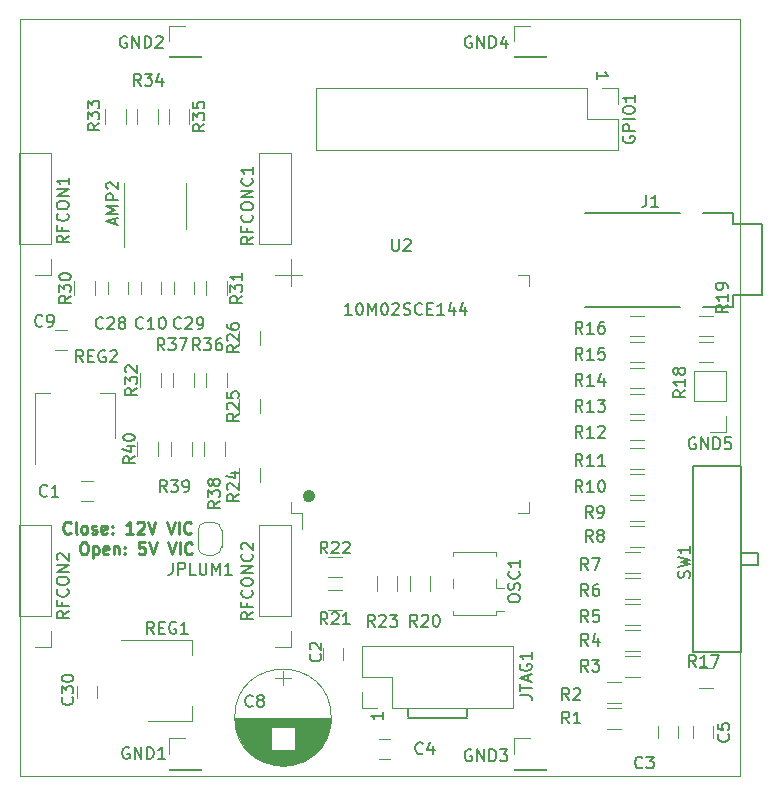
<source format=gbr>
%TF.GenerationSoftware,KiCad,Pcbnew,(5.1.5-0-10_14)*%
%TF.CreationDate,2020-11-09T20:11:24+01:00*%
%TF.ProjectId,rfreplacement,72667265-706c-4616-9365-6d656e742e6b,6.1*%
%TF.SameCoordinates,Original*%
%TF.FileFunction,Legend,Top*%
%TF.FilePolarity,Positive*%
%FSLAX46Y46*%
G04 Gerber Fmt 4.6, Leading zero omitted, Abs format (unit mm)*
G04 Created by KiCad (PCBNEW (5.1.5-0-10_14)) date 2020-11-09 20:11:24*
%MOMM*%
%LPD*%
G04 APERTURE LIST*
%ADD10C,0.500000*%
%ADD11C,0.150000*%
%ADD12C,0.250000*%
%ADD13C,0.200000*%
%ADD14C,0.100000*%
%ADD15C,0.120000*%
G04 APERTURE END LIST*
D10*
X128882843Y-91200000D02*
G75*
G03X128882843Y-91200000I-282843J0D01*
G01*
D11*
X134852380Y-109514285D02*
X134852380Y-110085714D01*
X134852380Y-109800000D02*
X133852380Y-109800000D01*
X133995238Y-109895238D01*
X134090476Y-109990476D01*
X134138095Y-110085714D01*
X152947619Y-55885714D02*
X152947619Y-55314285D01*
X152947619Y-55600000D02*
X153947619Y-55600000D01*
X153804761Y-55504761D01*
X153709523Y-55409523D01*
X153661904Y-55314285D01*
D12*
X108414285Y-94282142D02*
X108366666Y-94329761D01*
X108223809Y-94377380D01*
X108128571Y-94377380D01*
X107985714Y-94329761D01*
X107890476Y-94234523D01*
X107842857Y-94139285D01*
X107795238Y-93948809D01*
X107795238Y-93805952D01*
X107842857Y-93615476D01*
X107890476Y-93520238D01*
X107985714Y-93425000D01*
X108128571Y-93377380D01*
X108223809Y-93377380D01*
X108366666Y-93425000D01*
X108414285Y-93472619D01*
X108985714Y-94377380D02*
X108890476Y-94329761D01*
X108842857Y-94234523D01*
X108842857Y-93377380D01*
X109509523Y-94377380D02*
X109414285Y-94329761D01*
X109366666Y-94282142D01*
X109319047Y-94186904D01*
X109319047Y-93901190D01*
X109366666Y-93805952D01*
X109414285Y-93758333D01*
X109509523Y-93710714D01*
X109652380Y-93710714D01*
X109747619Y-93758333D01*
X109795238Y-93805952D01*
X109842857Y-93901190D01*
X109842857Y-94186904D01*
X109795238Y-94282142D01*
X109747619Y-94329761D01*
X109652380Y-94377380D01*
X109509523Y-94377380D01*
X110223809Y-94329761D02*
X110319047Y-94377380D01*
X110509523Y-94377380D01*
X110604761Y-94329761D01*
X110652380Y-94234523D01*
X110652380Y-94186904D01*
X110604761Y-94091666D01*
X110509523Y-94044047D01*
X110366666Y-94044047D01*
X110271428Y-93996428D01*
X110223809Y-93901190D01*
X110223809Y-93853571D01*
X110271428Y-93758333D01*
X110366666Y-93710714D01*
X110509523Y-93710714D01*
X110604761Y-93758333D01*
X111461904Y-94329761D02*
X111366666Y-94377380D01*
X111176190Y-94377380D01*
X111080952Y-94329761D01*
X111033333Y-94234523D01*
X111033333Y-93853571D01*
X111080952Y-93758333D01*
X111176190Y-93710714D01*
X111366666Y-93710714D01*
X111461904Y-93758333D01*
X111509523Y-93853571D01*
X111509523Y-93948809D01*
X111033333Y-94044047D01*
X111938095Y-94282142D02*
X111985714Y-94329761D01*
X111938095Y-94377380D01*
X111890476Y-94329761D01*
X111938095Y-94282142D01*
X111938095Y-94377380D01*
X111938095Y-93758333D02*
X111985714Y-93805952D01*
X111938095Y-93853571D01*
X111890476Y-93805952D01*
X111938095Y-93758333D01*
X111938095Y-93853571D01*
X113700000Y-94377380D02*
X113128571Y-94377380D01*
X113414285Y-94377380D02*
X113414285Y-93377380D01*
X113319047Y-93520238D01*
X113223809Y-93615476D01*
X113128571Y-93663095D01*
X114080952Y-93472619D02*
X114128571Y-93425000D01*
X114223809Y-93377380D01*
X114461904Y-93377380D01*
X114557142Y-93425000D01*
X114604761Y-93472619D01*
X114652380Y-93567857D01*
X114652380Y-93663095D01*
X114604761Y-93805952D01*
X114033333Y-94377380D01*
X114652380Y-94377380D01*
X114938095Y-93377380D02*
X115271428Y-94377380D01*
X115604761Y-93377380D01*
X116557142Y-93377380D02*
X116890476Y-94377380D01*
X117223809Y-93377380D01*
X117557142Y-94377380D02*
X117557142Y-93377380D01*
X118604761Y-94282142D02*
X118557142Y-94329761D01*
X118414285Y-94377380D01*
X118319047Y-94377380D01*
X118176190Y-94329761D01*
X118080952Y-94234523D01*
X118033333Y-94139285D01*
X117985714Y-93948809D01*
X117985714Y-93805952D01*
X118033333Y-93615476D01*
X118080952Y-93520238D01*
X118176190Y-93425000D01*
X118319047Y-93377380D01*
X118414285Y-93377380D01*
X118557142Y-93425000D01*
X118604761Y-93472619D01*
X109461904Y-95127380D02*
X109652380Y-95127380D01*
X109747619Y-95175000D01*
X109842857Y-95270238D01*
X109890476Y-95460714D01*
X109890476Y-95794047D01*
X109842857Y-95984523D01*
X109747619Y-96079761D01*
X109652380Y-96127380D01*
X109461904Y-96127380D01*
X109366666Y-96079761D01*
X109271428Y-95984523D01*
X109223809Y-95794047D01*
X109223809Y-95460714D01*
X109271428Y-95270238D01*
X109366666Y-95175000D01*
X109461904Y-95127380D01*
X110319047Y-95460714D02*
X110319047Y-96460714D01*
X110319047Y-95508333D02*
X110414285Y-95460714D01*
X110604761Y-95460714D01*
X110700000Y-95508333D01*
X110747619Y-95555952D01*
X110795238Y-95651190D01*
X110795238Y-95936904D01*
X110747619Y-96032142D01*
X110700000Y-96079761D01*
X110604761Y-96127380D01*
X110414285Y-96127380D01*
X110319047Y-96079761D01*
X111604761Y-96079761D02*
X111509523Y-96127380D01*
X111319047Y-96127380D01*
X111223809Y-96079761D01*
X111176190Y-95984523D01*
X111176190Y-95603571D01*
X111223809Y-95508333D01*
X111319047Y-95460714D01*
X111509523Y-95460714D01*
X111604761Y-95508333D01*
X111652380Y-95603571D01*
X111652380Y-95698809D01*
X111176190Y-95794047D01*
X112080952Y-95460714D02*
X112080952Y-96127380D01*
X112080952Y-95555952D02*
X112128571Y-95508333D01*
X112223809Y-95460714D01*
X112366666Y-95460714D01*
X112461904Y-95508333D01*
X112509523Y-95603571D01*
X112509523Y-96127380D01*
X112985714Y-96032142D02*
X113033333Y-96079761D01*
X112985714Y-96127380D01*
X112938095Y-96079761D01*
X112985714Y-96032142D01*
X112985714Y-96127380D01*
X112985714Y-95508333D02*
X113033333Y-95555952D01*
X112985714Y-95603571D01*
X112938095Y-95555952D01*
X112985714Y-95508333D01*
X112985714Y-95603571D01*
X114700000Y-95127380D02*
X114223809Y-95127380D01*
X114176190Y-95603571D01*
X114223809Y-95555952D01*
X114319047Y-95508333D01*
X114557142Y-95508333D01*
X114652380Y-95555952D01*
X114700000Y-95603571D01*
X114747619Y-95698809D01*
X114747619Y-95936904D01*
X114700000Y-96032142D01*
X114652380Y-96079761D01*
X114557142Y-96127380D01*
X114319047Y-96127380D01*
X114223809Y-96079761D01*
X114176190Y-96032142D01*
X115033333Y-95127380D02*
X115366666Y-96127380D01*
X115700000Y-95127380D01*
X116652380Y-95127380D02*
X116985714Y-96127380D01*
X117319047Y-95127380D01*
X117652380Y-96127380D02*
X117652380Y-95127380D01*
X118700000Y-96032142D02*
X118652380Y-96079761D01*
X118509523Y-96127380D01*
X118414285Y-96127380D01*
X118271428Y-96079761D01*
X118176190Y-95984523D01*
X118128571Y-95889285D01*
X118080952Y-95698809D01*
X118080952Y-95555952D01*
X118128571Y-95365476D01*
X118176190Y-95270238D01*
X118271428Y-95175000D01*
X118414285Y-95127380D01*
X118509523Y-95127380D01*
X118652380Y-95175000D01*
X118700000Y-95222619D01*
D13*
X142000000Y-109835000D02*
X142000000Y-109200000D01*
X137000000Y-110000000D02*
X142000000Y-110000000D01*
X137000000Y-109165000D02*
X137000000Y-109800000D01*
D14*
X165100000Y-88900000D02*
X165100000Y-53340000D01*
X165100000Y-88900000D02*
X165100000Y-114935000D01*
X165100000Y-50800000D02*
X165100000Y-53340000D01*
X104140000Y-114300000D02*
X104140000Y-114935000D01*
X165100000Y-114935000D02*
X104140000Y-114935000D01*
X104140000Y-50800000D02*
X165100000Y-50800000D01*
X104140000Y-114300000D02*
X104140000Y-50800000D01*
D15*
X118205000Y-66675000D02*
X118205000Y-64725000D01*
X118205000Y-66675000D02*
X118205000Y-68625000D01*
X112935000Y-66675000D02*
X112935000Y-64725000D01*
X112935000Y-66675000D02*
X112935000Y-70125000D01*
D11*
X167000000Y-74200000D02*
X165500000Y-74200000D01*
X165500000Y-68200000D02*
X167000000Y-68200000D01*
X167000000Y-68200000D02*
X167000000Y-74200000D01*
X165500000Y-74200000D02*
X164500000Y-74200000D01*
X165500000Y-68200000D02*
X164500000Y-68200000D01*
X164500000Y-74200000D02*
X164500000Y-75200000D01*
X164500000Y-75200000D02*
X162000000Y-75200000D01*
X160000000Y-75200000D02*
X152000000Y-75200000D01*
X164500000Y-68200000D02*
X164500000Y-67200000D01*
X164500000Y-67200000D02*
X162000000Y-67200000D01*
X160000000Y-67200000D02*
X152000000Y-67200000D01*
D15*
X121200000Y-95500000D02*
G75*
G02X120500000Y-96200000I-700000J0D01*
G01*
X119900000Y-96200000D02*
G75*
G02X119200000Y-95500000I0J700000D01*
G01*
X119200000Y-94100000D02*
G75*
G02X119900000Y-93400000I700000J0D01*
G01*
X120500000Y-93400000D02*
G75*
G02X121200000Y-94100000I0J-700000D01*
G01*
X119900000Y-93400000D02*
X120500000Y-93400000D01*
X119200000Y-95500000D02*
X119200000Y-94100000D01*
X120500000Y-96200000D02*
X119900000Y-96200000D01*
X121200000Y-94100000D02*
X121200000Y-95500000D01*
D11*
X161155000Y-104020000D02*
X161155000Y-89020000D01*
X165155000Y-89020000D02*
X165155000Y-104020000D01*
X165155000Y-97020000D02*
X166655000Y-97020000D01*
X166655000Y-97020000D02*
X166655000Y-96020000D01*
X166655000Y-96020000D02*
X165155000Y-96020000D01*
X161155000Y-104020000D02*
X161155000Y-104420000D01*
X161155000Y-104420000D02*
X165155000Y-104420000D01*
X165155000Y-104420000D02*
X165155000Y-104020000D01*
X161155000Y-89020000D02*
X161155000Y-88620000D01*
X161155000Y-88620000D02*
X165155000Y-88620000D01*
X165155000Y-88620000D02*
X165155000Y-89120000D01*
X165155000Y-89120000D02*
X165155000Y-89020000D01*
D15*
X110300000Y-89950000D02*
X109300000Y-89950000D01*
X109300000Y-91650000D02*
X110300000Y-91650000D01*
X129750000Y-104100000D02*
X129750000Y-105100000D01*
X131450000Y-105100000D02*
X131450000Y-104100000D01*
X159850000Y-111700000D02*
X159850000Y-110700000D01*
X158150000Y-110700000D02*
X158150000Y-111700000D01*
X134500000Y-113450000D02*
X135500000Y-113450000D01*
X135500000Y-111750000D02*
X134500000Y-111750000D01*
X162850000Y-111700000D02*
X162850000Y-110700000D01*
X161150000Y-110700000D02*
X161150000Y-111700000D01*
X108100000Y-77150000D02*
X107100000Y-77150000D01*
X107100000Y-78850000D02*
X108100000Y-78850000D01*
X116050000Y-74100000D02*
X116050000Y-73100000D01*
X114350000Y-73100000D02*
X114350000Y-74100000D01*
X113250000Y-74100000D02*
X113250000Y-73100000D01*
X111550000Y-73100000D02*
X111550000Y-74100000D01*
X117150000Y-73100000D02*
X117150000Y-74100000D01*
X118850000Y-74100000D02*
X118850000Y-73100000D01*
X110650000Y-108300000D02*
X110650000Y-107300000D01*
X108950000Y-107300000D02*
X108950000Y-108300000D01*
X116780000Y-111700000D02*
X118110000Y-111700000D01*
X116780000Y-113030000D02*
X116780000Y-111700000D01*
X116780000Y-114300000D02*
X119440000Y-114300000D01*
X119440000Y-114300000D02*
X119440000Y-114360000D01*
X116780000Y-114300000D02*
X116780000Y-114360000D01*
X116780000Y-114360000D02*
X119440000Y-114360000D01*
X116780000Y-54035000D02*
X119440000Y-54035000D01*
X116780000Y-53975000D02*
X116780000Y-54035000D01*
X119440000Y-53975000D02*
X119440000Y-54035000D01*
X116780000Y-53975000D02*
X119440000Y-53975000D01*
X116780000Y-52705000D02*
X116780000Y-51375000D01*
X116780000Y-51375000D02*
X118110000Y-51375000D01*
X145990000Y-111700000D02*
X147320000Y-111700000D01*
X145990000Y-113030000D02*
X145990000Y-111700000D01*
X145990000Y-114300000D02*
X148650000Y-114300000D01*
X148650000Y-114300000D02*
X148650000Y-114360000D01*
X145990000Y-114300000D02*
X145990000Y-114360000D01*
X145990000Y-114360000D02*
X148650000Y-114360000D01*
X145990000Y-54035000D02*
X148650000Y-54035000D01*
X145990000Y-53975000D02*
X145990000Y-54035000D01*
X148650000Y-53975000D02*
X148650000Y-54035000D01*
X145990000Y-53975000D02*
X148650000Y-53975000D01*
X145990000Y-52705000D02*
X145990000Y-51375000D01*
X145990000Y-51375000D02*
X147320000Y-51375000D01*
X163890000Y-85785000D02*
X162560000Y-85785000D01*
X163890000Y-84455000D02*
X163890000Y-85785000D01*
X163890000Y-83185000D02*
X161230000Y-83185000D01*
X161230000Y-83185000D02*
X161230000Y-80585000D01*
X163890000Y-83185000D02*
X163890000Y-80585000D01*
X163890000Y-80585000D02*
X161230000Y-80585000D01*
X154730000Y-56670000D02*
X154730000Y-58000000D01*
X153400000Y-56670000D02*
X154730000Y-56670000D01*
X154730000Y-59270000D02*
X154730000Y-61870000D01*
X152130000Y-59270000D02*
X154730000Y-59270000D01*
X152130000Y-56670000D02*
X152130000Y-59270000D01*
X154730000Y-61870000D02*
X129210000Y-61870000D01*
X152130000Y-56670000D02*
X129210000Y-56670000D01*
X129210000Y-56670000D02*
X129210000Y-61870000D01*
X133070000Y-109130000D02*
X133070000Y-107800000D01*
X134400000Y-109130000D02*
X133070000Y-109130000D01*
X133070000Y-106530000D02*
X133070000Y-103930000D01*
X135670000Y-106530000D02*
X133070000Y-106530000D01*
X135670000Y-109130000D02*
X135670000Y-106530000D01*
X133070000Y-103930000D02*
X145890000Y-103930000D01*
X135670000Y-109130000D02*
X145890000Y-109130000D01*
X145890000Y-109130000D02*
X145890000Y-103930000D01*
X144400000Y-98970000D02*
X145100000Y-98970000D01*
X144400000Y-98230000D02*
X144400000Y-98970000D01*
X140800000Y-101300000D02*
X140800000Y-100910000D01*
X144400000Y-101300000D02*
X140800000Y-101300000D01*
X144400000Y-100910000D02*
X144400000Y-101300000D01*
X145100000Y-100910000D02*
X144400000Y-100910000D01*
X140800000Y-98970000D02*
X140800000Y-98230000D01*
X144400000Y-95900000D02*
X144400000Y-96290000D01*
X140800000Y-95900000D02*
X144400000Y-95900000D01*
X140800000Y-96290000D02*
X140800000Y-95900000D01*
X155000000Y-110880000D02*
X153800000Y-110880000D01*
X153800000Y-109120000D02*
X155000000Y-109120000D01*
X155000000Y-108680000D02*
X153800000Y-108680000D01*
X153800000Y-106920000D02*
X155000000Y-106920000D01*
X156600000Y-106480000D02*
X155400000Y-106480000D01*
X155400000Y-104720000D02*
X156600000Y-104720000D01*
X155400000Y-102520000D02*
X156600000Y-102520000D01*
X156600000Y-104280000D02*
X155400000Y-104280000D01*
X156600000Y-102080000D02*
X155400000Y-102080000D01*
X155400000Y-100320000D02*
X156600000Y-100320000D01*
X155400000Y-98120000D02*
X156600000Y-98120000D01*
X156600000Y-99880000D02*
X155400000Y-99880000D01*
X155400000Y-95920000D02*
X156600000Y-95920000D01*
X156600000Y-97680000D02*
X155400000Y-97680000D01*
X157000000Y-95480000D02*
X155800000Y-95480000D01*
X155800000Y-93720000D02*
X157000000Y-93720000D01*
X155800000Y-91520000D02*
X157000000Y-91520000D01*
X157000000Y-93280000D02*
X155800000Y-93280000D01*
X157000000Y-91080000D02*
X155800000Y-91080000D01*
X155800000Y-89320000D02*
X157000000Y-89320000D01*
X155800000Y-87120000D02*
X157000000Y-87120000D01*
X157000000Y-88880000D02*
X155800000Y-88880000D01*
X157000000Y-86480000D02*
X155800000Y-86480000D01*
X155800000Y-84720000D02*
X157000000Y-84720000D01*
X155800000Y-82520000D02*
X157000000Y-82520000D01*
X157000000Y-84280000D02*
X155800000Y-84280000D01*
X157000000Y-82080000D02*
X155800000Y-82080000D01*
X155800000Y-80320000D02*
X157000000Y-80320000D01*
X155800000Y-78120000D02*
X157000000Y-78120000D01*
X157000000Y-79880000D02*
X155800000Y-79880000D01*
X157000000Y-77680000D02*
X155800000Y-77680000D01*
X155800000Y-75920000D02*
X157000000Y-75920000D01*
X161600000Y-105720000D02*
X162800000Y-105720000D01*
X162800000Y-107480000D02*
X161600000Y-107480000D01*
X161600000Y-78120000D02*
X162800000Y-78120000D01*
X162800000Y-79880000D02*
X161600000Y-79880000D01*
X161600000Y-75920000D02*
X162800000Y-75920000D01*
X162800000Y-77680000D02*
X161600000Y-77680000D01*
X137120000Y-99200000D02*
X137120000Y-98000000D01*
X138880000Y-98000000D02*
X138880000Y-99200000D01*
X131400000Y-100880000D02*
X130200000Y-100880000D01*
X130200000Y-99120000D02*
X131400000Y-99120000D01*
X131400000Y-98080000D02*
X130200000Y-98080000D01*
X130200000Y-96320000D02*
X131400000Y-96320000D01*
X134320000Y-99200000D02*
X134320000Y-98000000D01*
X136080000Y-98000000D02*
X136080000Y-99200000D01*
X124480000Y-88800000D02*
X124480000Y-90000000D01*
X122720000Y-90000000D02*
X122720000Y-88800000D01*
X122720000Y-84200000D02*
X122720000Y-83000000D01*
X124480000Y-83000000D02*
X124480000Y-84200000D01*
X124480000Y-77200000D02*
X124480000Y-78400000D01*
X122720000Y-78400000D02*
X122720000Y-77200000D01*
X110480000Y-73000000D02*
X110480000Y-74200000D01*
X108720000Y-74200000D02*
X108720000Y-73000000D01*
X121680000Y-73000000D02*
X121680000Y-74200000D01*
X119920000Y-74200000D02*
X119920000Y-73000000D01*
X114320000Y-82000000D02*
X114320000Y-80800000D01*
X116080000Y-80800000D02*
X116080000Y-82000000D01*
X113080000Y-58455000D02*
X113080000Y-59655000D01*
X111320000Y-59655000D02*
X111320000Y-58455000D01*
X115815000Y-58455000D02*
X115815000Y-59655000D01*
X114055000Y-59655000D02*
X114055000Y-58455000D01*
X118480000Y-58455000D02*
X118480000Y-59655000D01*
X116720000Y-59655000D02*
X116720000Y-58455000D01*
X121680000Y-80800000D02*
X121680000Y-82000000D01*
X119920000Y-82000000D02*
X119920000Y-80800000D01*
X118880000Y-80800000D02*
X118880000Y-82000000D01*
X117120000Y-82000000D02*
X117120000Y-80800000D01*
X119720000Y-87800000D02*
X119720000Y-86600000D01*
X121480000Y-86600000D02*
X121480000Y-87800000D01*
X118680000Y-86600000D02*
X118680000Y-87800000D01*
X116920000Y-87800000D02*
X116920000Y-86600000D01*
X114055000Y-87800000D02*
X114055000Y-86600000D01*
X115815000Y-86600000D02*
X115815000Y-87800000D01*
X112700000Y-103390000D02*
X118710000Y-103390000D01*
X114950000Y-110210000D02*
X118710000Y-110210000D01*
X118710000Y-103390000D02*
X118710000Y-104650000D01*
X118710000Y-110210000D02*
X118710000Y-108950000D01*
X112210000Y-82490000D02*
X110950000Y-82490000D01*
X105390000Y-82490000D02*
X106650000Y-82490000D01*
X112210000Y-86250000D02*
X112210000Y-82490000D01*
X105390000Y-88500000D02*
X105390000Y-82490000D01*
X106740000Y-62170000D02*
X104080000Y-62170000D01*
X106740000Y-69850000D02*
X106740000Y-62170000D01*
X104080000Y-69850000D02*
X104080000Y-62170000D01*
X106740000Y-69850000D02*
X104080000Y-69850000D01*
X106740000Y-71120000D02*
X106740000Y-72450000D01*
X106740000Y-72450000D02*
X105410000Y-72450000D01*
X106740000Y-103946000D02*
X105410000Y-103946000D01*
X106740000Y-102616000D02*
X106740000Y-103946000D01*
X106740000Y-101346000D02*
X104080000Y-101346000D01*
X104080000Y-101346000D02*
X104080000Y-93666000D01*
X106740000Y-101346000D02*
X106740000Y-93666000D01*
X106740000Y-93666000D02*
X104080000Y-93666000D01*
X127060000Y-72450000D02*
X125730000Y-72450000D01*
X127060000Y-71120000D02*
X127060000Y-72450000D01*
X127060000Y-69850000D02*
X124400000Y-69850000D01*
X124400000Y-69850000D02*
X124400000Y-62170000D01*
X127060000Y-69850000D02*
X127060000Y-62170000D01*
X127060000Y-62170000D02*
X124400000Y-62170000D01*
X127060000Y-93666000D02*
X124400000Y-93666000D01*
X127060000Y-101346000D02*
X127060000Y-93666000D01*
X124400000Y-101346000D02*
X124400000Y-93666000D01*
X127060000Y-101346000D02*
X124400000Y-101346000D01*
X127060000Y-102616000D02*
X127060000Y-103946000D01*
X127060000Y-103946000D02*
X125730000Y-103946000D01*
X147270000Y-73390000D02*
X147270000Y-72440000D01*
X147270000Y-72440000D02*
X146320000Y-72440000D01*
X147270000Y-91710000D02*
X147270000Y-92660000D01*
X147270000Y-92660000D02*
X146320000Y-92660000D01*
X127050000Y-73390000D02*
X127050000Y-72440000D01*
X127050000Y-72440000D02*
X128000000Y-72440000D01*
X127050000Y-91710000D02*
X127050000Y-92660000D01*
X127050000Y-92660000D02*
X128000000Y-92660000D01*
X128000000Y-92660000D02*
X128000000Y-93950000D01*
X127050000Y-106600000D02*
X125750000Y-106600000D01*
X126400000Y-106000000D02*
X126400000Y-107200000D01*
X126646000Y-114031000D02*
X126154000Y-114031000D01*
X126998000Y-113991000D02*
X125802000Y-113991000D01*
X127214000Y-113951000D02*
X125586000Y-113951000D01*
X127383000Y-113911000D02*
X125417000Y-113911000D01*
X127527000Y-113871000D02*
X125273000Y-113871000D01*
X127654000Y-113831000D02*
X125146000Y-113831000D01*
X127769000Y-113791000D02*
X125031000Y-113791000D01*
X127873000Y-113751000D02*
X124927000Y-113751000D01*
X127970000Y-113711000D02*
X124830000Y-113711000D01*
X128060000Y-113671000D02*
X124740000Y-113671000D01*
X128145000Y-113631000D02*
X124655000Y-113631000D01*
X128226000Y-113591000D02*
X124574000Y-113591000D01*
X128302000Y-113551000D02*
X124498000Y-113551000D01*
X128374000Y-113511000D02*
X124426000Y-113511000D01*
X128443000Y-113471000D02*
X124357000Y-113471000D01*
X128509000Y-113431000D02*
X124291000Y-113431000D01*
X128573000Y-113391000D02*
X124227000Y-113391000D01*
X128634000Y-113351000D02*
X124166000Y-113351000D01*
X128693000Y-113311000D02*
X124107000Y-113311000D01*
X128749000Y-113271000D02*
X124051000Y-113271000D01*
X128804000Y-113231000D02*
X123996000Y-113231000D01*
X128857000Y-113191000D02*
X123943000Y-113191000D01*
X128908000Y-113151000D02*
X123892000Y-113151000D01*
X128957000Y-113111000D02*
X123843000Y-113111000D01*
X129005000Y-113071000D02*
X123795000Y-113071000D01*
X129052000Y-113031000D02*
X123748000Y-113031000D01*
X129097000Y-112991000D02*
X123703000Y-112991000D01*
X129140000Y-112951000D02*
X123660000Y-112951000D01*
X129183000Y-112911000D02*
X123617000Y-112911000D01*
X129224000Y-112871000D02*
X123576000Y-112871000D01*
X129265000Y-112831000D02*
X123535000Y-112831000D01*
X129304000Y-112791000D02*
X123496000Y-112791000D01*
X129342000Y-112751000D02*
X123458000Y-112751000D01*
X129379000Y-112711000D02*
X123421000Y-112711000D01*
X125420000Y-112671000D02*
X123385000Y-112671000D01*
X129415000Y-112671000D02*
X127380000Y-112671000D01*
X125420000Y-112631000D02*
X123350000Y-112631000D01*
X129450000Y-112631000D02*
X127380000Y-112631000D01*
X125420000Y-112591000D02*
X123316000Y-112591000D01*
X129484000Y-112591000D02*
X127380000Y-112591000D01*
X125420000Y-112551000D02*
X123282000Y-112551000D01*
X129518000Y-112551000D02*
X127380000Y-112551000D01*
X125420000Y-112511000D02*
X123250000Y-112511000D01*
X129550000Y-112511000D02*
X127380000Y-112511000D01*
X125420000Y-112471000D02*
X123218000Y-112471000D01*
X129582000Y-112471000D02*
X127380000Y-112471000D01*
X125420000Y-112431000D02*
X123187000Y-112431000D01*
X129613000Y-112431000D02*
X127380000Y-112431000D01*
X125420000Y-112391000D02*
X123157000Y-112391000D01*
X129643000Y-112391000D02*
X127380000Y-112391000D01*
X125420000Y-112351000D02*
X123128000Y-112351000D01*
X129672000Y-112351000D02*
X127380000Y-112351000D01*
X125420000Y-112311000D02*
X123099000Y-112311000D01*
X129701000Y-112311000D02*
X127380000Y-112311000D01*
X125420000Y-112271000D02*
X123071000Y-112271000D01*
X129729000Y-112271000D02*
X127380000Y-112271000D01*
X125420000Y-112231000D02*
X123044000Y-112231000D01*
X129756000Y-112231000D02*
X127380000Y-112231000D01*
X125420000Y-112191000D02*
X123017000Y-112191000D01*
X129783000Y-112191000D02*
X127380000Y-112191000D01*
X125420000Y-112151000D02*
X122992000Y-112151000D01*
X129808000Y-112151000D02*
X127380000Y-112151000D01*
X125420000Y-112111000D02*
X122966000Y-112111000D01*
X129834000Y-112111000D02*
X127380000Y-112111000D01*
X125420000Y-112071000D02*
X122942000Y-112071000D01*
X129858000Y-112071000D02*
X127380000Y-112071000D01*
X125420000Y-112031000D02*
X122918000Y-112031000D01*
X129882000Y-112031000D02*
X127380000Y-112031000D01*
X125420000Y-111991000D02*
X122895000Y-111991000D01*
X129905000Y-111991000D02*
X127380000Y-111991000D01*
X125420000Y-111951000D02*
X122872000Y-111951000D01*
X129928000Y-111951000D02*
X127380000Y-111951000D01*
X125420000Y-111911000D02*
X122850000Y-111911000D01*
X129950000Y-111911000D02*
X127380000Y-111911000D01*
X125420000Y-111871000D02*
X122828000Y-111871000D01*
X129972000Y-111871000D02*
X127380000Y-111871000D01*
X125420000Y-111831000D02*
X122807000Y-111831000D01*
X129993000Y-111831000D02*
X127380000Y-111831000D01*
X125420000Y-111791000D02*
X122787000Y-111791000D01*
X130013000Y-111791000D02*
X127380000Y-111791000D01*
X125420000Y-111751000D02*
X122767000Y-111751000D01*
X130033000Y-111751000D02*
X127380000Y-111751000D01*
X125420000Y-111711000D02*
X122748000Y-111711000D01*
X130052000Y-111711000D02*
X127380000Y-111711000D01*
X125420000Y-111671000D02*
X122729000Y-111671000D01*
X130071000Y-111671000D02*
X127380000Y-111671000D01*
X125420000Y-111631000D02*
X122710000Y-111631000D01*
X130090000Y-111631000D02*
X127380000Y-111631000D01*
X125420000Y-111591000D02*
X122693000Y-111591000D01*
X130107000Y-111591000D02*
X127380000Y-111591000D01*
X125420000Y-111551000D02*
X122675000Y-111551000D01*
X130125000Y-111551000D02*
X127380000Y-111551000D01*
X125420000Y-111511000D02*
X122659000Y-111511000D01*
X130141000Y-111511000D02*
X127380000Y-111511000D01*
X125420000Y-111471000D02*
X122642000Y-111471000D01*
X130158000Y-111471000D02*
X127380000Y-111471000D01*
X125420000Y-111431000D02*
X122627000Y-111431000D01*
X130173000Y-111431000D02*
X127380000Y-111431000D01*
X125420000Y-111391000D02*
X122611000Y-111391000D01*
X130189000Y-111391000D02*
X127380000Y-111391000D01*
X125420000Y-111351000D02*
X122597000Y-111351000D01*
X130203000Y-111351000D02*
X127380000Y-111351000D01*
X125420000Y-111311000D02*
X122582000Y-111311000D01*
X130218000Y-111311000D02*
X127380000Y-111311000D01*
X125420000Y-111271000D02*
X122568000Y-111271000D01*
X130232000Y-111271000D02*
X127380000Y-111271000D01*
X125420000Y-111231000D02*
X122555000Y-111231000D01*
X130245000Y-111231000D02*
X127380000Y-111231000D01*
X125420000Y-111191000D02*
X122542000Y-111191000D01*
X130258000Y-111191000D02*
X127380000Y-111191000D01*
X125420000Y-111151000D02*
X122530000Y-111151000D01*
X130270000Y-111151000D02*
X127380000Y-111151000D01*
X125420000Y-111111000D02*
X122517000Y-111111000D01*
X130283000Y-111111000D02*
X127380000Y-111111000D01*
X125420000Y-111071000D02*
X122506000Y-111071000D01*
X130294000Y-111071000D02*
X127380000Y-111071000D01*
X125420000Y-111031000D02*
X122495000Y-111031000D01*
X130305000Y-111031000D02*
X127380000Y-111031000D01*
X125420000Y-110991000D02*
X122484000Y-110991000D01*
X130316000Y-110991000D02*
X127380000Y-110991000D01*
X125420000Y-110951000D02*
X122474000Y-110951000D01*
X130326000Y-110951000D02*
X127380000Y-110951000D01*
X125420000Y-110911000D02*
X122464000Y-110911000D01*
X130336000Y-110911000D02*
X127380000Y-110911000D01*
X125420000Y-110871000D02*
X122454000Y-110871000D01*
X130346000Y-110871000D02*
X127380000Y-110871000D01*
X125420000Y-110831000D02*
X122445000Y-110831000D01*
X130355000Y-110831000D02*
X127380000Y-110831000D01*
X125420000Y-110791000D02*
X122437000Y-110791000D01*
X130363000Y-110791000D02*
X127380000Y-110791000D01*
X125420000Y-110751000D02*
X122429000Y-110751000D01*
X130371000Y-110751000D02*
X127380000Y-110751000D01*
X130379000Y-110711000D02*
X122421000Y-110711000D01*
X130387000Y-110671000D02*
X122413000Y-110671000D01*
X130394000Y-110630000D02*
X122406000Y-110630000D01*
X130400000Y-110590000D02*
X122400000Y-110590000D01*
X130406000Y-110550000D02*
X122394000Y-110550000D01*
X130412000Y-110510000D02*
X122388000Y-110510000D01*
X130417000Y-110470000D02*
X122383000Y-110470000D01*
X130422000Y-110430000D02*
X122378000Y-110430000D01*
X130427000Y-110390000D02*
X122373000Y-110390000D01*
X130431000Y-110350000D02*
X122369000Y-110350000D01*
X130435000Y-110310000D02*
X122365000Y-110310000D01*
X130438000Y-110270000D02*
X122362000Y-110270000D01*
X130441000Y-110230000D02*
X122359000Y-110230000D01*
X130443000Y-110190000D02*
X122357000Y-110190000D01*
X130446000Y-110150000D02*
X122354000Y-110150000D01*
X130447000Y-110110000D02*
X122353000Y-110110000D01*
X130449000Y-110070000D02*
X122351000Y-110070000D01*
X130450000Y-110030000D02*
X122350000Y-110030000D01*
X130450000Y-109990000D02*
X122350000Y-109990000D01*
X130450000Y-109950000D02*
X122350000Y-109950000D01*
X130490000Y-109950000D02*
G75*
G03X130490000Y-109950000I-4090000J0D01*
G01*
D11*
X112166666Y-68185714D02*
X112166666Y-67709523D01*
X112452380Y-68280952D02*
X111452380Y-67947619D01*
X112452380Y-67614285D01*
X112452380Y-67280952D02*
X111452380Y-67280952D01*
X112166666Y-66947619D01*
X111452380Y-66614285D01*
X112452380Y-66614285D01*
X112452380Y-66138095D02*
X111452380Y-66138095D01*
X111452380Y-65757142D01*
X111500000Y-65661904D01*
X111547619Y-65614285D01*
X111642857Y-65566666D01*
X111785714Y-65566666D01*
X111880952Y-65614285D01*
X111928571Y-65661904D01*
X111976190Y-65757142D01*
X111976190Y-66138095D01*
X111547619Y-65185714D02*
X111500000Y-65138095D01*
X111452380Y-65042857D01*
X111452380Y-64804761D01*
X111500000Y-64709523D01*
X111547619Y-64661904D01*
X111642857Y-64614285D01*
X111738095Y-64614285D01*
X111880952Y-64661904D01*
X112452380Y-65233333D01*
X112452380Y-64614285D01*
X157166666Y-65699380D02*
X157166666Y-66413666D01*
X157119047Y-66556523D01*
X157023809Y-66651761D01*
X156880952Y-66699380D01*
X156785714Y-66699380D01*
X158166666Y-66699380D02*
X157595238Y-66699380D01*
X157880952Y-66699380D02*
X157880952Y-65699380D01*
X157785714Y-65842238D01*
X157690476Y-65937476D01*
X157595238Y-65985095D01*
X117066666Y-96852380D02*
X117066666Y-97566666D01*
X117019047Y-97709523D01*
X116923809Y-97804761D01*
X116780952Y-97852380D01*
X116685714Y-97852380D01*
X117542857Y-97852380D02*
X117542857Y-96852380D01*
X117923809Y-96852380D01*
X118019047Y-96900000D01*
X118066666Y-96947619D01*
X118114285Y-97042857D01*
X118114285Y-97185714D01*
X118066666Y-97280952D01*
X118019047Y-97328571D01*
X117923809Y-97376190D01*
X117542857Y-97376190D01*
X119019047Y-97852380D02*
X118542857Y-97852380D01*
X118542857Y-96852380D01*
X119352380Y-96852380D02*
X119352380Y-97661904D01*
X119400000Y-97757142D01*
X119447619Y-97804761D01*
X119542857Y-97852380D01*
X119733333Y-97852380D01*
X119828571Y-97804761D01*
X119876190Y-97757142D01*
X119923809Y-97661904D01*
X119923809Y-96852380D01*
X120400000Y-97852380D02*
X120400000Y-96852380D01*
X120733333Y-97566666D01*
X121066666Y-96852380D01*
X121066666Y-97852380D01*
X122066666Y-97852380D02*
X121495238Y-97852380D01*
X121780952Y-97852380D02*
X121780952Y-96852380D01*
X121685714Y-96995238D01*
X121590476Y-97090476D01*
X121495238Y-97138095D01*
X160804761Y-98133333D02*
X160852380Y-97990476D01*
X160852380Y-97752380D01*
X160804761Y-97657142D01*
X160757142Y-97609523D01*
X160661904Y-97561904D01*
X160566666Y-97561904D01*
X160471428Y-97609523D01*
X160423809Y-97657142D01*
X160376190Y-97752380D01*
X160328571Y-97942857D01*
X160280952Y-98038095D01*
X160233333Y-98085714D01*
X160138095Y-98133333D01*
X160042857Y-98133333D01*
X159947619Y-98085714D01*
X159900000Y-98038095D01*
X159852380Y-97942857D01*
X159852380Y-97704761D01*
X159900000Y-97561904D01*
X159852380Y-97228571D02*
X160852380Y-96990476D01*
X160138095Y-96800000D01*
X160852380Y-96609523D01*
X159852380Y-96371428D01*
X160852380Y-95466666D02*
X160852380Y-96038095D01*
X160852380Y-95752380D02*
X159852380Y-95752380D01*
X159995238Y-95847619D01*
X160090476Y-95942857D01*
X160138095Y-96038095D01*
X106433333Y-91157142D02*
X106385714Y-91204761D01*
X106242857Y-91252380D01*
X106147619Y-91252380D01*
X106004761Y-91204761D01*
X105909523Y-91109523D01*
X105861904Y-91014285D01*
X105814285Y-90823809D01*
X105814285Y-90680952D01*
X105861904Y-90490476D01*
X105909523Y-90395238D01*
X106004761Y-90300000D01*
X106147619Y-90252380D01*
X106242857Y-90252380D01*
X106385714Y-90300000D01*
X106433333Y-90347619D01*
X107385714Y-91252380D02*
X106814285Y-91252380D01*
X107100000Y-91252380D02*
X107100000Y-90252380D01*
X107004761Y-90395238D01*
X106909523Y-90490476D01*
X106814285Y-90538095D01*
X129557142Y-104566666D02*
X129604761Y-104614285D01*
X129652380Y-104757142D01*
X129652380Y-104852380D01*
X129604761Y-104995238D01*
X129509523Y-105090476D01*
X129414285Y-105138095D01*
X129223809Y-105185714D01*
X129080952Y-105185714D01*
X128890476Y-105138095D01*
X128795238Y-105090476D01*
X128700000Y-104995238D01*
X128652380Y-104852380D01*
X128652380Y-104757142D01*
X128700000Y-104614285D01*
X128747619Y-104566666D01*
X128747619Y-104185714D02*
X128700000Y-104138095D01*
X128652380Y-104042857D01*
X128652380Y-103804761D01*
X128700000Y-103709523D01*
X128747619Y-103661904D01*
X128842857Y-103614285D01*
X128938095Y-103614285D01*
X129080952Y-103661904D01*
X129652380Y-104233333D01*
X129652380Y-103614285D01*
X156833333Y-114157142D02*
X156785714Y-114204761D01*
X156642857Y-114252380D01*
X156547619Y-114252380D01*
X156404761Y-114204761D01*
X156309523Y-114109523D01*
X156261904Y-114014285D01*
X156214285Y-113823809D01*
X156214285Y-113680952D01*
X156261904Y-113490476D01*
X156309523Y-113395238D01*
X156404761Y-113300000D01*
X156547619Y-113252380D01*
X156642857Y-113252380D01*
X156785714Y-113300000D01*
X156833333Y-113347619D01*
X157166666Y-113252380D02*
X157785714Y-113252380D01*
X157452380Y-113633333D01*
X157595238Y-113633333D01*
X157690476Y-113680952D01*
X157738095Y-113728571D01*
X157785714Y-113823809D01*
X157785714Y-114061904D01*
X157738095Y-114157142D01*
X157690476Y-114204761D01*
X157595238Y-114252380D01*
X157309523Y-114252380D01*
X157214285Y-114204761D01*
X157166666Y-114157142D01*
X138233333Y-112957142D02*
X138185714Y-113004761D01*
X138042857Y-113052380D01*
X137947619Y-113052380D01*
X137804761Y-113004761D01*
X137709523Y-112909523D01*
X137661904Y-112814285D01*
X137614285Y-112623809D01*
X137614285Y-112480952D01*
X137661904Y-112290476D01*
X137709523Y-112195238D01*
X137804761Y-112100000D01*
X137947619Y-112052380D01*
X138042857Y-112052380D01*
X138185714Y-112100000D01*
X138233333Y-112147619D01*
X139090476Y-112385714D02*
X139090476Y-113052380D01*
X138852380Y-112004761D02*
X138614285Y-112719047D01*
X139233333Y-112719047D01*
X164107142Y-111366666D02*
X164154761Y-111414285D01*
X164202380Y-111557142D01*
X164202380Y-111652380D01*
X164154761Y-111795238D01*
X164059523Y-111890476D01*
X163964285Y-111938095D01*
X163773809Y-111985714D01*
X163630952Y-111985714D01*
X163440476Y-111938095D01*
X163345238Y-111890476D01*
X163250000Y-111795238D01*
X163202380Y-111652380D01*
X163202380Y-111557142D01*
X163250000Y-111414285D01*
X163297619Y-111366666D01*
X163202380Y-110461904D02*
X163202380Y-110938095D01*
X163678571Y-110985714D01*
X163630952Y-110938095D01*
X163583333Y-110842857D01*
X163583333Y-110604761D01*
X163630952Y-110509523D01*
X163678571Y-110461904D01*
X163773809Y-110414285D01*
X164011904Y-110414285D01*
X164107142Y-110461904D01*
X164154761Y-110509523D01*
X164202380Y-110604761D01*
X164202380Y-110842857D01*
X164154761Y-110938095D01*
X164107142Y-110985714D01*
X106033333Y-76757142D02*
X105985714Y-76804761D01*
X105842857Y-76852380D01*
X105747619Y-76852380D01*
X105604761Y-76804761D01*
X105509523Y-76709523D01*
X105461904Y-76614285D01*
X105414285Y-76423809D01*
X105414285Y-76280952D01*
X105461904Y-76090476D01*
X105509523Y-75995238D01*
X105604761Y-75900000D01*
X105747619Y-75852380D01*
X105842857Y-75852380D01*
X105985714Y-75900000D01*
X106033333Y-75947619D01*
X106509523Y-76852380D02*
X106700000Y-76852380D01*
X106795238Y-76804761D01*
X106842857Y-76757142D01*
X106938095Y-76614285D01*
X106985714Y-76423809D01*
X106985714Y-76042857D01*
X106938095Y-75947619D01*
X106890476Y-75900000D01*
X106795238Y-75852380D01*
X106604761Y-75852380D01*
X106509523Y-75900000D01*
X106461904Y-75947619D01*
X106414285Y-76042857D01*
X106414285Y-76280952D01*
X106461904Y-76376190D01*
X106509523Y-76423809D01*
X106604761Y-76471428D01*
X106795238Y-76471428D01*
X106890476Y-76423809D01*
X106938095Y-76376190D01*
X106985714Y-76280952D01*
X114557142Y-76957142D02*
X114509523Y-77004761D01*
X114366666Y-77052380D01*
X114271428Y-77052380D01*
X114128571Y-77004761D01*
X114033333Y-76909523D01*
X113985714Y-76814285D01*
X113938095Y-76623809D01*
X113938095Y-76480952D01*
X113985714Y-76290476D01*
X114033333Y-76195238D01*
X114128571Y-76100000D01*
X114271428Y-76052380D01*
X114366666Y-76052380D01*
X114509523Y-76100000D01*
X114557142Y-76147619D01*
X115509523Y-77052380D02*
X114938095Y-77052380D01*
X115223809Y-77052380D02*
X115223809Y-76052380D01*
X115128571Y-76195238D01*
X115033333Y-76290476D01*
X114938095Y-76338095D01*
X116128571Y-76052380D02*
X116223809Y-76052380D01*
X116319047Y-76100000D01*
X116366666Y-76147619D01*
X116414285Y-76242857D01*
X116461904Y-76433333D01*
X116461904Y-76671428D01*
X116414285Y-76861904D01*
X116366666Y-76957142D01*
X116319047Y-77004761D01*
X116223809Y-77052380D01*
X116128571Y-77052380D01*
X116033333Y-77004761D01*
X115985714Y-76957142D01*
X115938095Y-76861904D01*
X115890476Y-76671428D01*
X115890476Y-76433333D01*
X115938095Y-76242857D01*
X115985714Y-76147619D01*
X116033333Y-76100000D01*
X116128571Y-76052380D01*
X111157142Y-76957142D02*
X111109523Y-77004761D01*
X110966666Y-77052380D01*
X110871428Y-77052380D01*
X110728571Y-77004761D01*
X110633333Y-76909523D01*
X110585714Y-76814285D01*
X110538095Y-76623809D01*
X110538095Y-76480952D01*
X110585714Y-76290476D01*
X110633333Y-76195238D01*
X110728571Y-76100000D01*
X110871428Y-76052380D01*
X110966666Y-76052380D01*
X111109523Y-76100000D01*
X111157142Y-76147619D01*
X111538095Y-76147619D02*
X111585714Y-76100000D01*
X111680952Y-76052380D01*
X111919047Y-76052380D01*
X112014285Y-76100000D01*
X112061904Y-76147619D01*
X112109523Y-76242857D01*
X112109523Y-76338095D01*
X112061904Y-76480952D01*
X111490476Y-77052380D01*
X112109523Y-77052380D01*
X112680952Y-76480952D02*
X112585714Y-76433333D01*
X112538095Y-76385714D01*
X112490476Y-76290476D01*
X112490476Y-76242857D01*
X112538095Y-76147619D01*
X112585714Y-76100000D01*
X112680952Y-76052380D01*
X112871428Y-76052380D01*
X112966666Y-76100000D01*
X113014285Y-76147619D01*
X113061904Y-76242857D01*
X113061904Y-76290476D01*
X113014285Y-76385714D01*
X112966666Y-76433333D01*
X112871428Y-76480952D01*
X112680952Y-76480952D01*
X112585714Y-76528571D01*
X112538095Y-76576190D01*
X112490476Y-76671428D01*
X112490476Y-76861904D01*
X112538095Y-76957142D01*
X112585714Y-77004761D01*
X112680952Y-77052380D01*
X112871428Y-77052380D01*
X112966666Y-77004761D01*
X113014285Y-76957142D01*
X113061904Y-76861904D01*
X113061904Y-76671428D01*
X113014285Y-76576190D01*
X112966666Y-76528571D01*
X112871428Y-76480952D01*
X117757142Y-76957142D02*
X117709523Y-77004761D01*
X117566666Y-77052380D01*
X117471428Y-77052380D01*
X117328571Y-77004761D01*
X117233333Y-76909523D01*
X117185714Y-76814285D01*
X117138095Y-76623809D01*
X117138095Y-76480952D01*
X117185714Y-76290476D01*
X117233333Y-76195238D01*
X117328571Y-76100000D01*
X117471428Y-76052380D01*
X117566666Y-76052380D01*
X117709523Y-76100000D01*
X117757142Y-76147619D01*
X118138095Y-76147619D02*
X118185714Y-76100000D01*
X118280952Y-76052380D01*
X118519047Y-76052380D01*
X118614285Y-76100000D01*
X118661904Y-76147619D01*
X118709523Y-76242857D01*
X118709523Y-76338095D01*
X118661904Y-76480952D01*
X118090476Y-77052380D01*
X118709523Y-77052380D01*
X119185714Y-77052380D02*
X119376190Y-77052380D01*
X119471428Y-77004761D01*
X119519047Y-76957142D01*
X119614285Y-76814285D01*
X119661904Y-76623809D01*
X119661904Y-76242857D01*
X119614285Y-76147619D01*
X119566666Y-76100000D01*
X119471428Y-76052380D01*
X119280952Y-76052380D01*
X119185714Y-76100000D01*
X119138095Y-76147619D01*
X119090476Y-76242857D01*
X119090476Y-76480952D01*
X119138095Y-76576190D01*
X119185714Y-76623809D01*
X119280952Y-76671428D01*
X119471428Y-76671428D01*
X119566666Y-76623809D01*
X119614285Y-76576190D01*
X119661904Y-76480952D01*
X108557142Y-108242857D02*
X108604761Y-108290476D01*
X108652380Y-108433333D01*
X108652380Y-108528571D01*
X108604761Y-108671428D01*
X108509523Y-108766666D01*
X108414285Y-108814285D01*
X108223809Y-108861904D01*
X108080952Y-108861904D01*
X107890476Y-108814285D01*
X107795238Y-108766666D01*
X107700000Y-108671428D01*
X107652380Y-108528571D01*
X107652380Y-108433333D01*
X107700000Y-108290476D01*
X107747619Y-108242857D01*
X107652380Y-107909523D02*
X107652380Y-107290476D01*
X108033333Y-107623809D01*
X108033333Y-107480952D01*
X108080952Y-107385714D01*
X108128571Y-107338095D01*
X108223809Y-107290476D01*
X108461904Y-107290476D01*
X108557142Y-107338095D01*
X108604761Y-107385714D01*
X108652380Y-107480952D01*
X108652380Y-107766666D01*
X108604761Y-107861904D01*
X108557142Y-107909523D01*
X107652380Y-106671428D02*
X107652380Y-106576190D01*
X107700000Y-106480952D01*
X107747619Y-106433333D01*
X107842857Y-106385714D01*
X108033333Y-106338095D01*
X108271428Y-106338095D01*
X108461904Y-106385714D01*
X108557142Y-106433333D01*
X108604761Y-106480952D01*
X108652380Y-106576190D01*
X108652380Y-106671428D01*
X108604761Y-106766666D01*
X108557142Y-106814285D01*
X108461904Y-106861904D01*
X108271428Y-106909523D01*
X108033333Y-106909523D01*
X107842857Y-106861904D01*
X107747619Y-106814285D01*
X107700000Y-106766666D01*
X107652380Y-106671428D01*
X113361904Y-112500000D02*
X113266666Y-112452380D01*
X113123809Y-112452380D01*
X112980952Y-112500000D01*
X112885714Y-112595238D01*
X112838095Y-112690476D01*
X112790476Y-112880952D01*
X112790476Y-113023809D01*
X112838095Y-113214285D01*
X112885714Y-113309523D01*
X112980952Y-113404761D01*
X113123809Y-113452380D01*
X113219047Y-113452380D01*
X113361904Y-113404761D01*
X113409523Y-113357142D01*
X113409523Y-113023809D01*
X113219047Y-113023809D01*
X113838095Y-113452380D02*
X113838095Y-112452380D01*
X114409523Y-113452380D01*
X114409523Y-112452380D01*
X114885714Y-113452380D02*
X114885714Y-112452380D01*
X115123809Y-112452380D01*
X115266666Y-112500000D01*
X115361904Y-112595238D01*
X115409523Y-112690476D01*
X115457142Y-112880952D01*
X115457142Y-113023809D01*
X115409523Y-113214285D01*
X115361904Y-113309523D01*
X115266666Y-113404761D01*
X115123809Y-113452380D01*
X114885714Y-113452380D01*
X116409523Y-113452380D02*
X115838095Y-113452380D01*
X116123809Y-113452380D02*
X116123809Y-112452380D01*
X116028571Y-112595238D01*
X115933333Y-112690476D01*
X115838095Y-112738095D01*
X113161904Y-52300000D02*
X113066666Y-52252380D01*
X112923809Y-52252380D01*
X112780952Y-52300000D01*
X112685714Y-52395238D01*
X112638095Y-52490476D01*
X112590476Y-52680952D01*
X112590476Y-52823809D01*
X112638095Y-53014285D01*
X112685714Y-53109523D01*
X112780952Y-53204761D01*
X112923809Y-53252380D01*
X113019047Y-53252380D01*
X113161904Y-53204761D01*
X113209523Y-53157142D01*
X113209523Y-52823809D01*
X113019047Y-52823809D01*
X113638095Y-53252380D02*
X113638095Y-52252380D01*
X114209523Y-53252380D01*
X114209523Y-52252380D01*
X114685714Y-53252380D02*
X114685714Y-52252380D01*
X114923809Y-52252380D01*
X115066666Y-52300000D01*
X115161904Y-52395238D01*
X115209523Y-52490476D01*
X115257142Y-52680952D01*
X115257142Y-52823809D01*
X115209523Y-53014285D01*
X115161904Y-53109523D01*
X115066666Y-53204761D01*
X114923809Y-53252380D01*
X114685714Y-53252380D01*
X115638095Y-52347619D02*
X115685714Y-52300000D01*
X115780952Y-52252380D01*
X116019047Y-52252380D01*
X116114285Y-52300000D01*
X116161904Y-52347619D01*
X116209523Y-52442857D01*
X116209523Y-52538095D01*
X116161904Y-52680952D01*
X115590476Y-53252380D01*
X116209523Y-53252380D01*
X142361904Y-112700000D02*
X142266666Y-112652380D01*
X142123809Y-112652380D01*
X141980952Y-112700000D01*
X141885714Y-112795238D01*
X141838095Y-112890476D01*
X141790476Y-113080952D01*
X141790476Y-113223809D01*
X141838095Y-113414285D01*
X141885714Y-113509523D01*
X141980952Y-113604761D01*
X142123809Y-113652380D01*
X142219047Y-113652380D01*
X142361904Y-113604761D01*
X142409523Y-113557142D01*
X142409523Y-113223809D01*
X142219047Y-113223809D01*
X142838095Y-113652380D02*
X142838095Y-112652380D01*
X143409523Y-113652380D01*
X143409523Y-112652380D01*
X143885714Y-113652380D02*
X143885714Y-112652380D01*
X144123809Y-112652380D01*
X144266666Y-112700000D01*
X144361904Y-112795238D01*
X144409523Y-112890476D01*
X144457142Y-113080952D01*
X144457142Y-113223809D01*
X144409523Y-113414285D01*
X144361904Y-113509523D01*
X144266666Y-113604761D01*
X144123809Y-113652380D01*
X143885714Y-113652380D01*
X144790476Y-112652380D02*
X145409523Y-112652380D01*
X145076190Y-113033333D01*
X145219047Y-113033333D01*
X145314285Y-113080952D01*
X145361904Y-113128571D01*
X145409523Y-113223809D01*
X145409523Y-113461904D01*
X145361904Y-113557142D01*
X145314285Y-113604761D01*
X145219047Y-113652380D01*
X144933333Y-113652380D01*
X144838095Y-113604761D01*
X144790476Y-113557142D01*
X142361904Y-52300000D02*
X142266666Y-52252380D01*
X142123809Y-52252380D01*
X141980952Y-52300000D01*
X141885714Y-52395238D01*
X141838095Y-52490476D01*
X141790476Y-52680952D01*
X141790476Y-52823809D01*
X141838095Y-53014285D01*
X141885714Y-53109523D01*
X141980952Y-53204761D01*
X142123809Y-53252380D01*
X142219047Y-53252380D01*
X142361904Y-53204761D01*
X142409523Y-53157142D01*
X142409523Y-52823809D01*
X142219047Y-52823809D01*
X142838095Y-53252380D02*
X142838095Y-52252380D01*
X143409523Y-53252380D01*
X143409523Y-52252380D01*
X143885714Y-53252380D02*
X143885714Y-52252380D01*
X144123809Y-52252380D01*
X144266666Y-52300000D01*
X144361904Y-52395238D01*
X144409523Y-52490476D01*
X144457142Y-52680952D01*
X144457142Y-52823809D01*
X144409523Y-53014285D01*
X144361904Y-53109523D01*
X144266666Y-53204761D01*
X144123809Y-53252380D01*
X143885714Y-53252380D01*
X145314285Y-52585714D02*
X145314285Y-53252380D01*
X145076190Y-52204761D02*
X144838095Y-52919047D01*
X145457142Y-52919047D01*
X161321904Y-86285000D02*
X161226666Y-86237380D01*
X161083809Y-86237380D01*
X160940952Y-86285000D01*
X160845714Y-86380238D01*
X160798095Y-86475476D01*
X160750476Y-86665952D01*
X160750476Y-86808809D01*
X160798095Y-86999285D01*
X160845714Y-87094523D01*
X160940952Y-87189761D01*
X161083809Y-87237380D01*
X161179047Y-87237380D01*
X161321904Y-87189761D01*
X161369523Y-87142142D01*
X161369523Y-86808809D01*
X161179047Y-86808809D01*
X161798095Y-87237380D02*
X161798095Y-86237380D01*
X162369523Y-87237380D01*
X162369523Y-86237380D01*
X162845714Y-87237380D02*
X162845714Y-86237380D01*
X163083809Y-86237380D01*
X163226666Y-86285000D01*
X163321904Y-86380238D01*
X163369523Y-86475476D01*
X163417142Y-86665952D01*
X163417142Y-86808809D01*
X163369523Y-86999285D01*
X163321904Y-87094523D01*
X163226666Y-87189761D01*
X163083809Y-87237380D01*
X162845714Y-87237380D01*
X164321904Y-86237380D02*
X163845714Y-86237380D01*
X163798095Y-86713571D01*
X163845714Y-86665952D01*
X163940952Y-86618333D01*
X164179047Y-86618333D01*
X164274285Y-86665952D01*
X164321904Y-86713571D01*
X164369523Y-86808809D01*
X164369523Y-87046904D01*
X164321904Y-87142142D01*
X164274285Y-87189761D01*
X164179047Y-87237380D01*
X163940952Y-87237380D01*
X163845714Y-87189761D01*
X163798095Y-87142142D01*
X155230000Y-60746190D02*
X155182380Y-60841428D01*
X155182380Y-60984285D01*
X155230000Y-61127142D01*
X155325238Y-61222380D01*
X155420476Y-61270000D01*
X155610952Y-61317619D01*
X155753809Y-61317619D01*
X155944285Y-61270000D01*
X156039523Y-61222380D01*
X156134761Y-61127142D01*
X156182380Y-60984285D01*
X156182380Y-60889047D01*
X156134761Y-60746190D01*
X156087142Y-60698571D01*
X155753809Y-60698571D01*
X155753809Y-60889047D01*
X156182380Y-60270000D02*
X155182380Y-60270000D01*
X155182380Y-59889047D01*
X155230000Y-59793809D01*
X155277619Y-59746190D01*
X155372857Y-59698571D01*
X155515714Y-59698571D01*
X155610952Y-59746190D01*
X155658571Y-59793809D01*
X155706190Y-59889047D01*
X155706190Y-60270000D01*
X156182380Y-59270000D02*
X155182380Y-59270000D01*
X155182380Y-58603333D02*
X155182380Y-58412857D01*
X155230000Y-58317619D01*
X155325238Y-58222380D01*
X155515714Y-58174761D01*
X155849047Y-58174761D01*
X156039523Y-58222380D01*
X156134761Y-58317619D01*
X156182380Y-58412857D01*
X156182380Y-58603333D01*
X156134761Y-58698571D01*
X156039523Y-58793809D01*
X155849047Y-58841428D01*
X155515714Y-58841428D01*
X155325238Y-58793809D01*
X155230000Y-58698571D01*
X155182380Y-58603333D01*
X156182380Y-57222380D02*
X156182380Y-57793809D01*
X156182380Y-57508095D02*
X155182380Y-57508095D01*
X155325238Y-57603333D01*
X155420476Y-57698571D01*
X155468095Y-57793809D01*
X146452380Y-108042857D02*
X147166666Y-108042857D01*
X147309523Y-108090476D01*
X147404761Y-108185714D01*
X147452380Y-108328571D01*
X147452380Y-108423809D01*
X146452380Y-107709523D02*
X146452380Y-107138095D01*
X147452380Y-107423809D02*
X146452380Y-107423809D01*
X147166666Y-106852380D02*
X147166666Y-106376190D01*
X147452380Y-106947619D02*
X146452380Y-106614285D01*
X147452380Y-106280952D01*
X146500000Y-105423809D02*
X146452380Y-105519047D01*
X146452380Y-105661904D01*
X146500000Y-105804761D01*
X146595238Y-105900000D01*
X146690476Y-105947619D01*
X146880952Y-105995238D01*
X147023809Y-105995238D01*
X147214285Y-105947619D01*
X147309523Y-105900000D01*
X147404761Y-105804761D01*
X147452380Y-105661904D01*
X147452380Y-105566666D01*
X147404761Y-105423809D01*
X147357142Y-105376190D01*
X147023809Y-105376190D01*
X147023809Y-105566666D01*
X147452380Y-104423809D02*
X147452380Y-104995238D01*
X147452380Y-104709523D02*
X146452380Y-104709523D01*
X146595238Y-104804761D01*
X146690476Y-104900000D01*
X146738095Y-104995238D01*
X145452380Y-99947619D02*
X145452380Y-99757142D01*
X145500000Y-99661904D01*
X145595238Y-99566666D01*
X145785714Y-99519047D01*
X146119047Y-99519047D01*
X146309523Y-99566666D01*
X146404761Y-99661904D01*
X146452380Y-99757142D01*
X146452380Y-99947619D01*
X146404761Y-100042857D01*
X146309523Y-100138095D01*
X146119047Y-100185714D01*
X145785714Y-100185714D01*
X145595238Y-100138095D01*
X145500000Y-100042857D01*
X145452380Y-99947619D01*
X146404761Y-99138095D02*
X146452380Y-98995238D01*
X146452380Y-98757142D01*
X146404761Y-98661904D01*
X146357142Y-98614285D01*
X146261904Y-98566666D01*
X146166666Y-98566666D01*
X146071428Y-98614285D01*
X146023809Y-98661904D01*
X145976190Y-98757142D01*
X145928571Y-98947619D01*
X145880952Y-99042857D01*
X145833333Y-99090476D01*
X145738095Y-99138095D01*
X145642857Y-99138095D01*
X145547619Y-99090476D01*
X145500000Y-99042857D01*
X145452380Y-98947619D01*
X145452380Y-98709523D01*
X145500000Y-98566666D01*
X146357142Y-97566666D02*
X146404761Y-97614285D01*
X146452380Y-97757142D01*
X146452380Y-97852380D01*
X146404761Y-97995238D01*
X146309523Y-98090476D01*
X146214285Y-98138095D01*
X146023809Y-98185714D01*
X145880952Y-98185714D01*
X145690476Y-98138095D01*
X145595238Y-98090476D01*
X145500000Y-97995238D01*
X145452380Y-97852380D01*
X145452380Y-97757142D01*
X145500000Y-97614285D01*
X145547619Y-97566666D01*
X146452380Y-96614285D02*
X146452380Y-97185714D01*
X146452380Y-96900000D02*
X145452380Y-96900000D01*
X145595238Y-96995238D01*
X145690476Y-97090476D01*
X145738095Y-97185714D01*
X150633333Y-110452380D02*
X150300000Y-109976190D01*
X150061904Y-110452380D02*
X150061904Y-109452380D01*
X150442857Y-109452380D01*
X150538095Y-109500000D01*
X150585714Y-109547619D01*
X150633333Y-109642857D01*
X150633333Y-109785714D01*
X150585714Y-109880952D01*
X150538095Y-109928571D01*
X150442857Y-109976190D01*
X150061904Y-109976190D01*
X151585714Y-110452380D02*
X151014285Y-110452380D01*
X151300000Y-110452380D02*
X151300000Y-109452380D01*
X151204761Y-109595238D01*
X151109523Y-109690476D01*
X151014285Y-109738095D01*
X150633333Y-108452380D02*
X150300000Y-107976190D01*
X150061904Y-108452380D02*
X150061904Y-107452380D01*
X150442857Y-107452380D01*
X150538095Y-107500000D01*
X150585714Y-107547619D01*
X150633333Y-107642857D01*
X150633333Y-107785714D01*
X150585714Y-107880952D01*
X150538095Y-107928571D01*
X150442857Y-107976190D01*
X150061904Y-107976190D01*
X151014285Y-107547619D02*
X151061904Y-107500000D01*
X151157142Y-107452380D01*
X151395238Y-107452380D01*
X151490476Y-107500000D01*
X151538095Y-107547619D01*
X151585714Y-107642857D01*
X151585714Y-107738095D01*
X151538095Y-107880952D01*
X150966666Y-108452380D01*
X151585714Y-108452380D01*
X152233333Y-106052380D02*
X151900000Y-105576190D01*
X151661904Y-106052380D02*
X151661904Y-105052380D01*
X152042857Y-105052380D01*
X152138095Y-105100000D01*
X152185714Y-105147619D01*
X152233333Y-105242857D01*
X152233333Y-105385714D01*
X152185714Y-105480952D01*
X152138095Y-105528571D01*
X152042857Y-105576190D01*
X151661904Y-105576190D01*
X152566666Y-105052380D02*
X153185714Y-105052380D01*
X152852380Y-105433333D01*
X152995238Y-105433333D01*
X153090476Y-105480952D01*
X153138095Y-105528571D01*
X153185714Y-105623809D01*
X153185714Y-105861904D01*
X153138095Y-105957142D01*
X153090476Y-106004761D01*
X152995238Y-106052380D01*
X152709523Y-106052380D01*
X152614285Y-106004761D01*
X152566666Y-105957142D01*
X152233333Y-103852380D02*
X151900000Y-103376190D01*
X151661904Y-103852380D02*
X151661904Y-102852380D01*
X152042857Y-102852380D01*
X152138095Y-102900000D01*
X152185714Y-102947619D01*
X152233333Y-103042857D01*
X152233333Y-103185714D01*
X152185714Y-103280952D01*
X152138095Y-103328571D01*
X152042857Y-103376190D01*
X151661904Y-103376190D01*
X153090476Y-103185714D02*
X153090476Y-103852380D01*
X152852380Y-102804761D02*
X152614285Y-103519047D01*
X153233333Y-103519047D01*
X152233333Y-101852380D02*
X151900000Y-101376190D01*
X151661904Y-101852380D02*
X151661904Y-100852380D01*
X152042857Y-100852380D01*
X152138095Y-100900000D01*
X152185714Y-100947619D01*
X152233333Y-101042857D01*
X152233333Y-101185714D01*
X152185714Y-101280952D01*
X152138095Y-101328571D01*
X152042857Y-101376190D01*
X151661904Y-101376190D01*
X153138095Y-100852380D02*
X152661904Y-100852380D01*
X152614285Y-101328571D01*
X152661904Y-101280952D01*
X152757142Y-101233333D01*
X152995238Y-101233333D01*
X153090476Y-101280952D01*
X153138095Y-101328571D01*
X153185714Y-101423809D01*
X153185714Y-101661904D01*
X153138095Y-101757142D01*
X153090476Y-101804761D01*
X152995238Y-101852380D01*
X152757142Y-101852380D01*
X152661904Y-101804761D01*
X152614285Y-101757142D01*
X152233333Y-99652380D02*
X151900000Y-99176190D01*
X151661904Y-99652380D02*
X151661904Y-98652380D01*
X152042857Y-98652380D01*
X152138095Y-98700000D01*
X152185714Y-98747619D01*
X152233333Y-98842857D01*
X152233333Y-98985714D01*
X152185714Y-99080952D01*
X152138095Y-99128571D01*
X152042857Y-99176190D01*
X151661904Y-99176190D01*
X153090476Y-98652380D02*
X152900000Y-98652380D01*
X152804761Y-98700000D01*
X152757142Y-98747619D01*
X152661904Y-98890476D01*
X152614285Y-99080952D01*
X152614285Y-99461904D01*
X152661904Y-99557142D01*
X152709523Y-99604761D01*
X152804761Y-99652380D01*
X152995238Y-99652380D01*
X153090476Y-99604761D01*
X153138095Y-99557142D01*
X153185714Y-99461904D01*
X153185714Y-99223809D01*
X153138095Y-99128571D01*
X153090476Y-99080952D01*
X152995238Y-99033333D01*
X152804761Y-99033333D01*
X152709523Y-99080952D01*
X152661904Y-99128571D01*
X152614285Y-99223809D01*
X152233333Y-97452380D02*
X151900000Y-96976190D01*
X151661904Y-97452380D02*
X151661904Y-96452380D01*
X152042857Y-96452380D01*
X152138095Y-96500000D01*
X152185714Y-96547619D01*
X152233333Y-96642857D01*
X152233333Y-96785714D01*
X152185714Y-96880952D01*
X152138095Y-96928571D01*
X152042857Y-96976190D01*
X151661904Y-96976190D01*
X152566666Y-96452380D02*
X153233333Y-96452380D01*
X152804761Y-97452380D01*
X152633333Y-95052380D02*
X152300000Y-94576190D01*
X152061904Y-95052380D02*
X152061904Y-94052380D01*
X152442857Y-94052380D01*
X152538095Y-94100000D01*
X152585714Y-94147619D01*
X152633333Y-94242857D01*
X152633333Y-94385714D01*
X152585714Y-94480952D01*
X152538095Y-94528571D01*
X152442857Y-94576190D01*
X152061904Y-94576190D01*
X153204761Y-94480952D02*
X153109523Y-94433333D01*
X153061904Y-94385714D01*
X153014285Y-94290476D01*
X153014285Y-94242857D01*
X153061904Y-94147619D01*
X153109523Y-94100000D01*
X153204761Y-94052380D01*
X153395238Y-94052380D01*
X153490476Y-94100000D01*
X153538095Y-94147619D01*
X153585714Y-94242857D01*
X153585714Y-94290476D01*
X153538095Y-94385714D01*
X153490476Y-94433333D01*
X153395238Y-94480952D01*
X153204761Y-94480952D01*
X153109523Y-94528571D01*
X153061904Y-94576190D01*
X153014285Y-94671428D01*
X153014285Y-94861904D01*
X153061904Y-94957142D01*
X153109523Y-95004761D01*
X153204761Y-95052380D01*
X153395238Y-95052380D01*
X153490476Y-95004761D01*
X153538095Y-94957142D01*
X153585714Y-94861904D01*
X153585714Y-94671428D01*
X153538095Y-94576190D01*
X153490476Y-94528571D01*
X153395238Y-94480952D01*
X152633333Y-93052380D02*
X152300000Y-92576190D01*
X152061904Y-93052380D02*
X152061904Y-92052380D01*
X152442857Y-92052380D01*
X152538095Y-92100000D01*
X152585714Y-92147619D01*
X152633333Y-92242857D01*
X152633333Y-92385714D01*
X152585714Y-92480952D01*
X152538095Y-92528571D01*
X152442857Y-92576190D01*
X152061904Y-92576190D01*
X153109523Y-93052380D02*
X153300000Y-93052380D01*
X153395238Y-93004761D01*
X153442857Y-92957142D01*
X153538095Y-92814285D01*
X153585714Y-92623809D01*
X153585714Y-92242857D01*
X153538095Y-92147619D01*
X153490476Y-92100000D01*
X153395238Y-92052380D01*
X153204761Y-92052380D01*
X153109523Y-92100000D01*
X153061904Y-92147619D01*
X153014285Y-92242857D01*
X153014285Y-92480952D01*
X153061904Y-92576190D01*
X153109523Y-92623809D01*
X153204761Y-92671428D01*
X153395238Y-92671428D01*
X153490476Y-92623809D01*
X153538095Y-92576190D01*
X153585714Y-92480952D01*
X151757142Y-90852380D02*
X151423809Y-90376190D01*
X151185714Y-90852380D02*
X151185714Y-89852380D01*
X151566666Y-89852380D01*
X151661904Y-89900000D01*
X151709523Y-89947619D01*
X151757142Y-90042857D01*
X151757142Y-90185714D01*
X151709523Y-90280952D01*
X151661904Y-90328571D01*
X151566666Y-90376190D01*
X151185714Y-90376190D01*
X152709523Y-90852380D02*
X152138095Y-90852380D01*
X152423809Y-90852380D02*
X152423809Y-89852380D01*
X152328571Y-89995238D01*
X152233333Y-90090476D01*
X152138095Y-90138095D01*
X153328571Y-89852380D02*
X153423809Y-89852380D01*
X153519047Y-89900000D01*
X153566666Y-89947619D01*
X153614285Y-90042857D01*
X153661904Y-90233333D01*
X153661904Y-90471428D01*
X153614285Y-90661904D01*
X153566666Y-90757142D01*
X153519047Y-90804761D01*
X153423809Y-90852380D01*
X153328571Y-90852380D01*
X153233333Y-90804761D01*
X153185714Y-90757142D01*
X153138095Y-90661904D01*
X153090476Y-90471428D01*
X153090476Y-90233333D01*
X153138095Y-90042857D01*
X153185714Y-89947619D01*
X153233333Y-89900000D01*
X153328571Y-89852380D01*
X151757142Y-88652380D02*
X151423809Y-88176190D01*
X151185714Y-88652380D02*
X151185714Y-87652380D01*
X151566666Y-87652380D01*
X151661904Y-87700000D01*
X151709523Y-87747619D01*
X151757142Y-87842857D01*
X151757142Y-87985714D01*
X151709523Y-88080952D01*
X151661904Y-88128571D01*
X151566666Y-88176190D01*
X151185714Y-88176190D01*
X152709523Y-88652380D02*
X152138095Y-88652380D01*
X152423809Y-88652380D02*
X152423809Y-87652380D01*
X152328571Y-87795238D01*
X152233333Y-87890476D01*
X152138095Y-87938095D01*
X153661904Y-88652380D02*
X153090476Y-88652380D01*
X153376190Y-88652380D02*
X153376190Y-87652380D01*
X153280952Y-87795238D01*
X153185714Y-87890476D01*
X153090476Y-87938095D01*
X151757142Y-86252380D02*
X151423809Y-85776190D01*
X151185714Y-86252380D02*
X151185714Y-85252380D01*
X151566666Y-85252380D01*
X151661904Y-85300000D01*
X151709523Y-85347619D01*
X151757142Y-85442857D01*
X151757142Y-85585714D01*
X151709523Y-85680952D01*
X151661904Y-85728571D01*
X151566666Y-85776190D01*
X151185714Y-85776190D01*
X152709523Y-86252380D02*
X152138095Y-86252380D01*
X152423809Y-86252380D02*
X152423809Y-85252380D01*
X152328571Y-85395238D01*
X152233333Y-85490476D01*
X152138095Y-85538095D01*
X153090476Y-85347619D02*
X153138095Y-85300000D01*
X153233333Y-85252380D01*
X153471428Y-85252380D01*
X153566666Y-85300000D01*
X153614285Y-85347619D01*
X153661904Y-85442857D01*
X153661904Y-85538095D01*
X153614285Y-85680952D01*
X153042857Y-86252380D01*
X153661904Y-86252380D01*
X151757142Y-84052380D02*
X151423809Y-83576190D01*
X151185714Y-84052380D02*
X151185714Y-83052380D01*
X151566666Y-83052380D01*
X151661904Y-83100000D01*
X151709523Y-83147619D01*
X151757142Y-83242857D01*
X151757142Y-83385714D01*
X151709523Y-83480952D01*
X151661904Y-83528571D01*
X151566666Y-83576190D01*
X151185714Y-83576190D01*
X152709523Y-84052380D02*
X152138095Y-84052380D01*
X152423809Y-84052380D02*
X152423809Y-83052380D01*
X152328571Y-83195238D01*
X152233333Y-83290476D01*
X152138095Y-83338095D01*
X153042857Y-83052380D02*
X153661904Y-83052380D01*
X153328571Y-83433333D01*
X153471428Y-83433333D01*
X153566666Y-83480952D01*
X153614285Y-83528571D01*
X153661904Y-83623809D01*
X153661904Y-83861904D01*
X153614285Y-83957142D01*
X153566666Y-84004761D01*
X153471428Y-84052380D01*
X153185714Y-84052380D01*
X153090476Y-84004761D01*
X153042857Y-83957142D01*
X151757142Y-81852380D02*
X151423809Y-81376190D01*
X151185714Y-81852380D02*
X151185714Y-80852380D01*
X151566666Y-80852380D01*
X151661904Y-80900000D01*
X151709523Y-80947619D01*
X151757142Y-81042857D01*
X151757142Y-81185714D01*
X151709523Y-81280952D01*
X151661904Y-81328571D01*
X151566666Y-81376190D01*
X151185714Y-81376190D01*
X152709523Y-81852380D02*
X152138095Y-81852380D01*
X152423809Y-81852380D02*
X152423809Y-80852380D01*
X152328571Y-80995238D01*
X152233333Y-81090476D01*
X152138095Y-81138095D01*
X153566666Y-81185714D02*
X153566666Y-81852380D01*
X153328571Y-80804761D02*
X153090476Y-81519047D01*
X153709523Y-81519047D01*
X151757142Y-79652380D02*
X151423809Y-79176190D01*
X151185714Y-79652380D02*
X151185714Y-78652380D01*
X151566666Y-78652380D01*
X151661904Y-78700000D01*
X151709523Y-78747619D01*
X151757142Y-78842857D01*
X151757142Y-78985714D01*
X151709523Y-79080952D01*
X151661904Y-79128571D01*
X151566666Y-79176190D01*
X151185714Y-79176190D01*
X152709523Y-79652380D02*
X152138095Y-79652380D01*
X152423809Y-79652380D02*
X152423809Y-78652380D01*
X152328571Y-78795238D01*
X152233333Y-78890476D01*
X152138095Y-78938095D01*
X153614285Y-78652380D02*
X153138095Y-78652380D01*
X153090476Y-79128571D01*
X153138095Y-79080952D01*
X153233333Y-79033333D01*
X153471428Y-79033333D01*
X153566666Y-79080952D01*
X153614285Y-79128571D01*
X153661904Y-79223809D01*
X153661904Y-79461904D01*
X153614285Y-79557142D01*
X153566666Y-79604761D01*
X153471428Y-79652380D01*
X153233333Y-79652380D01*
X153138095Y-79604761D01*
X153090476Y-79557142D01*
X151757142Y-77452380D02*
X151423809Y-76976190D01*
X151185714Y-77452380D02*
X151185714Y-76452380D01*
X151566666Y-76452380D01*
X151661904Y-76500000D01*
X151709523Y-76547619D01*
X151757142Y-76642857D01*
X151757142Y-76785714D01*
X151709523Y-76880952D01*
X151661904Y-76928571D01*
X151566666Y-76976190D01*
X151185714Y-76976190D01*
X152709523Y-77452380D02*
X152138095Y-77452380D01*
X152423809Y-77452380D02*
X152423809Y-76452380D01*
X152328571Y-76595238D01*
X152233333Y-76690476D01*
X152138095Y-76738095D01*
X153566666Y-76452380D02*
X153376190Y-76452380D01*
X153280952Y-76500000D01*
X153233333Y-76547619D01*
X153138095Y-76690476D01*
X153090476Y-76880952D01*
X153090476Y-77261904D01*
X153138095Y-77357142D01*
X153185714Y-77404761D01*
X153280952Y-77452380D01*
X153471428Y-77452380D01*
X153566666Y-77404761D01*
X153614285Y-77357142D01*
X153661904Y-77261904D01*
X153661904Y-77023809D01*
X153614285Y-76928571D01*
X153566666Y-76880952D01*
X153471428Y-76833333D01*
X153280952Y-76833333D01*
X153185714Y-76880952D01*
X153138095Y-76928571D01*
X153090476Y-77023809D01*
X161357142Y-105652380D02*
X161023809Y-105176190D01*
X160785714Y-105652380D02*
X160785714Y-104652380D01*
X161166666Y-104652380D01*
X161261904Y-104700000D01*
X161309523Y-104747619D01*
X161357142Y-104842857D01*
X161357142Y-104985714D01*
X161309523Y-105080952D01*
X161261904Y-105128571D01*
X161166666Y-105176190D01*
X160785714Y-105176190D01*
X162309523Y-105652380D02*
X161738095Y-105652380D01*
X162023809Y-105652380D02*
X162023809Y-104652380D01*
X161928571Y-104795238D01*
X161833333Y-104890476D01*
X161738095Y-104938095D01*
X162642857Y-104652380D02*
X163309523Y-104652380D01*
X162880952Y-105652380D01*
X160452380Y-82242857D02*
X159976190Y-82576190D01*
X160452380Y-82814285D02*
X159452380Y-82814285D01*
X159452380Y-82433333D01*
X159500000Y-82338095D01*
X159547619Y-82290476D01*
X159642857Y-82242857D01*
X159785714Y-82242857D01*
X159880952Y-82290476D01*
X159928571Y-82338095D01*
X159976190Y-82433333D01*
X159976190Y-82814285D01*
X160452380Y-81290476D02*
X160452380Y-81861904D01*
X160452380Y-81576190D02*
X159452380Y-81576190D01*
X159595238Y-81671428D01*
X159690476Y-81766666D01*
X159738095Y-81861904D01*
X159880952Y-80719047D02*
X159833333Y-80814285D01*
X159785714Y-80861904D01*
X159690476Y-80909523D01*
X159642857Y-80909523D01*
X159547619Y-80861904D01*
X159500000Y-80814285D01*
X159452380Y-80719047D01*
X159452380Y-80528571D01*
X159500000Y-80433333D01*
X159547619Y-80385714D01*
X159642857Y-80338095D01*
X159690476Y-80338095D01*
X159785714Y-80385714D01*
X159833333Y-80433333D01*
X159880952Y-80528571D01*
X159880952Y-80719047D01*
X159928571Y-80814285D01*
X159976190Y-80861904D01*
X160071428Y-80909523D01*
X160261904Y-80909523D01*
X160357142Y-80861904D01*
X160404761Y-80814285D01*
X160452380Y-80719047D01*
X160452380Y-80528571D01*
X160404761Y-80433333D01*
X160357142Y-80385714D01*
X160261904Y-80338095D01*
X160071428Y-80338095D01*
X159976190Y-80385714D01*
X159928571Y-80433333D01*
X159880952Y-80528571D01*
X164052380Y-75042857D02*
X163576190Y-75376190D01*
X164052380Y-75614285D02*
X163052380Y-75614285D01*
X163052380Y-75233333D01*
X163100000Y-75138095D01*
X163147619Y-75090476D01*
X163242857Y-75042857D01*
X163385714Y-75042857D01*
X163480952Y-75090476D01*
X163528571Y-75138095D01*
X163576190Y-75233333D01*
X163576190Y-75614285D01*
X164052380Y-74090476D02*
X164052380Y-74661904D01*
X164052380Y-74376190D02*
X163052380Y-74376190D01*
X163195238Y-74471428D01*
X163290476Y-74566666D01*
X163338095Y-74661904D01*
X164052380Y-73614285D02*
X164052380Y-73423809D01*
X164004761Y-73328571D01*
X163957142Y-73280952D01*
X163814285Y-73185714D01*
X163623809Y-73138095D01*
X163242857Y-73138095D01*
X163147619Y-73185714D01*
X163100000Y-73233333D01*
X163052380Y-73328571D01*
X163052380Y-73519047D01*
X163100000Y-73614285D01*
X163147619Y-73661904D01*
X163242857Y-73709523D01*
X163480952Y-73709523D01*
X163576190Y-73661904D01*
X163623809Y-73614285D01*
X163671428Y-73519047D01*
X163671428Y-73328571D01*
X163623809Y-73233333D01*
X163576190Y-73185714D01*
X163480952Y-73138095D01*
X137757142Y-102252380D02*
X137423809Y-101776190D01*
X137185714Y-102252380D02*
X137185714Y-101252380D01*
X137566666Y-101252380D01*
X137661904Y-101300000D01*
X137709523Y-101347619D01*
X137757142Y-101442857D01*
X137757142Y-101585714D01*
X137709523Y-101680952D01*
X137661904Y-101728571D01*
X137566666Y-101776190D01*
X137185714Y-101776190D01*
X138138095Y-101347619D02*
X138185714Y-101300000D01*
X138280952Y-101252380D01*
X138519047Y-101252380D01*
X138614285Y-101300000D01*
X138661904Y-101347619D01*
X138709523Y-101442857D01*
X138709523Y-101538095D01*
X138661904Y-101680952D01*
X138090476Y-102252380D01*
X138709523Y-102252380D01*
X139328571Y-101252380D02*
X139423809Y-101252380D01*
X139519047Y-101300000D01*
X139566666Y-101347619D01*
X139614285Y-101442857D01*
X139661904Y-101633333D01*
X139661904Y-101871428D01*
X139614285Y-102061904D01*
X139566666Y-102157142D01*
X139519047Y-102204761D01*
X139423809Y-102252380D01*
X139328571Y-102252380D01*
X139233333Y-102204761D01*
X139185714Y-102157142D01*
X139138095Y-102061904D01*
X139090476Y-101871428D01*
X139090476Y-101633333D01*
X139138095Y-101442857D01*
X139185714Y-101347619D01*
X139233333Y-101300000D01*
X139328571Y-101252380D01*
X130157142Y-102052380D02*
X129823809Y-101576190D01*
X129585714Y-102052380D02*
X129585714Y-101052380D01*
X129966666Y-101052380D01*
X130061904Y-101100000D01*
X130109523Y-101147619D01*
X130157142Y-101242857D01*
X130157142Y-101385714D01*
X130109523Y-101480952D01*
X130061904Y-101528571D01*
X129966666Y-101576190D01*
X129585714Y-101576190D01*
X130538095Y-101147619D02*
X130585714Y-101100000D01*
X130680952Y-101052380D01*
X130919047Y-101052380D01*
X131014285Y-101100000D01*
X131061904Y-101147619D01*
X131109523Y-101242857D01*
X131109523Y-101338095D01*
X131061904Y-101480952D01*
X130490476Y-102052380D01*
X131109523Y-102052380D01*
X132061904Y-102052380D02*
X131490476Y-102052380D01*
X131776190Y-102052380D02*
X131776190Y-101052380D01*
X131680952Y-101195238D01*
X131585714Y-101290476D01*
X131490476Y-101338095D01*
X130157142Y-96052380D02*
X129823809Y-95576190D01*
X129585714Y-96052380D02*
X129585714Y-95052380D01*
X129966666Y-95052380D01*
X130061904Y-95100000D01*
X130109523Y-95147619D01*
X130157142Y-95242857D01*
X130157142Y-95385714D01*
X130109523Y-95480952D01*
X130061904Y-95528571D01*
X129966666Y-95576190D01*
X129585714Y-95576190D01*
X130538095Y-95147619D02*
X130585714Y-95100000D01*
X130680952Y-95052380D01*
X130919047Y-95052380D01*
X131014285Y-95100000D01*
X131061904Y-95147619D01*
X131109523Y-95242857D01*
X131109523Y-95338095D01*
X131061904Y-95480952D01*
X130490476Y-96052380D01*
X131109523Y-96052380D01*
X131490476Y-95147619D02*
X131538095Y-95100000D01*
X131633333Y-95052380D01*
X131871428Y-95052380D01*
X131966666Y-95100000D01*
X132014285Y-95147619D01*
X132061904Y-95242857D01*
X132061904Y-95338095D01*
X132014285Y-95480952D01*
X131442857Y-96052380D01*
X132061904Y-96052380D01*
X134157142Y-102252380D02*
X133823809Y-101776190D01*
X133585714Y-102252380D02*
X133585714Y-101252380D01*
X133966666Y-101252380D01*
X134061904Y-101300000D01*
X134109523Y-101347619D01*
X134157142Y-101442857D01*
X134157142Y-101585714D01*
X134109523Y-101680952D01*
X134061904Y-101728571D01*
X133966666Y-101776190D01*
X133585714Y-101776190D01*
X134538095Y-101347619D02*
X134585714Y-101300000D01*
X134680952Y-101252380D01*
X134919047Y-101252380D01*
X135014285Y-101300000D01*
X135061904Y-101347619D01*
X135109523Y-101442857D01*
X135109523Y-101538095D01*
X135061904Y-101680952D01*
X134490476Y-102252380D01*
X135109523Y-102252380D01*
X135442857Y-101252380D02*
X136061904Y-101252380D01*
X135728571Y-101633333D01*
X135871428Y-101633333D01*
X135966666Y-101680952D01*
X136014285Y-101728571D01*
X136061904Y-101823809D01*
X136061904Y-102061904D01*
X136014285Y-102157142D01*
X135966666Y-102204761D01*
X135871428Y-102252380D01*
X135585714Y-102252380D01*
X135490476Y-102204761D01*
X135442857Y-102157142D01*
X122652380Y-91042857D02*
X122176190Y-91376190D01*
X122652380Y-91614285D02*
X121652380Y-91614285D01*
X121652380Y-91233333D01*
X121700000Y-91138095D01*
X121747619Y-91090476D01*
X121842857Y-91042857D01*
X121985714Y-91042857D01*
X122080952Y-91090476D01*
X122128571Y-91138095D01*
X122176190Y-91233333D01*
X122176190Y-91614285D01*
X121747619Y-90661904D02*
X121700000Y-90614285D01*
X121652380Y-90519047D01*
X121652380Y-90280952D01*
X121700000Y-90185714D01*
X121747619Y-90138095D01*
X121842857Y-90090476D01*
X121938095Y-90090476D01*
X122080952Y-90138095D01*
X122652380Y-90709523D01*
X122652380Y-90090476D01*
X121985714Y-89233333D02*
X122652380Y-89233333D01*
X121604761Y-89471428D02*
X122319047Y-89709523D01*
X122319047Y-89090476D01*
X122652380Y-84242857D02*
X122176190Y-84576190D01*
X122652380Y-84814285D02*
X121652380Y-84814285D01*
X121652380Y-84433333D01*
X121700000Y-84338095D01*
X121747619Y-84290476D01*
X121842857Y-84242857D01*
X121985714Y-84242857D01*
X122080952Y-84290476D01*
X122128571Y-84338095D01*
X122176190Y-84433333D01*
X122176190Y-84814285D01*
X121747619Y-83861904D02*
X121700000Y-83814285D01*
X121652380Y-83719047D01*
X121652380Y-83480952D01*
X121700000Y-83385714D01*
X121747619Y-83338095D01*
X121842857Y-83290476D01*
X121938095Y-83290476D01*
X122080952Y-83338095D01*
X122652380Y-83909523D01*
X122652380Y-83290476D01*
X121652380Y-82385714D02*
X121652380Y-82861904D01*
X122128571Y-82909523D01*
X122080952Y-82861904D01*
X122033333Y-82766666D01*
X122033333Y-82528571D01*
X122080952Y-82433333D01*
X122128571Y-82385714D01*
X122223809Y-82338095D01*
X122461904Y-82338095D01*
X122557142Y-82385714D01*
X122604761Y-82433333D01*
X122652380Y-82528571D01*
X122652380Y-82766666D01*
X122604761Y-82861904D01*
X122557142Y-82909523D01*
X122652380Y-78442857D02*
X122176190Y-78776190D01*
X122652380Y-79014285D02*
X121652380Y-79014285D01*
X121652380Y-78633333D01*
X121700000Y-78538095D01*
X121747619Y-78490476D01*
X121842857Y-78442857D01*
X121985714Y-78442857D01*
X122080952Y-78490476D01*
X122128571Y-78538095D01*
X122176190Y-78633333D01*
X122176190Y-79014285D01*
X121747619Y-78061904D02*
X121700000Y-78014285D01*
X121652380Y-77919047D01*
X121652380Y-77680952D01*
X121700000Y-77585714D01*
X121747619Y-77538095D01*
X121842857Y-77490476D01*
X121938095Y-77490476D01*
X122080952Y-77538095D01*
X122652380Y-78109523D01*
X122652380Y-77490476D01*
X121652380Y-76633333D02*
X121652380Y-76823809D01*
X121700000Y-76919047D01*
X121747619Y-76966666D01*
X121890476Y-77061904D01*
X122080952Y-77109523D01*
X122461904Y-77109523D01*
X122557142Y-77061904D01*
X122604761Y-77014285D01*
X122652380Y-76919047D01*
X122652380Y-76728571D01*
X122604761Y-76633333D01*
X122557142Y-76585714D01*
X122461904Y-76538095D01*
X122223809Y-76538095D01*
X122128571Y-76585714D01*
X122080952Y-76633333D01*
X122033333Y-76728571D01*
X122033333Y-76919047D01*
X122080952Y-77014285D01*
X122128571Y-77061904D01*
X122223809Y-77109523D01*
X108452380Y-74242857D02*
X107976190Y-74576190D01*
X108452380Y-74814285D02*
X107452380Y-74814285D01*
X107452380Y-74433333D01*
X107500000Y-74338095D01*
X107547619Y-74290476D01*
X107642857Y-74242857D01*
X107785714Y-74242857D01*
X107880952Y-74290476D01*
X107928571Y-74338095D01*
X107976190Y-74433333D01*
X107976190Y-74814285D01*
X107452380Y-73909523D02*
X107452380Y-73290476D01*
X107833333Y-73623809D01*
X107833333Y-73480952D01*
X107880952Y-73385714D01*
X107928571Y-73338095D01*
X108023809Y-73290476D01*
X108261904Y-73290476D01*
X108357142Y-73338095D01*
X108404761Y-73385714D01*
X108452380Y-73480952D01*
X108452380Y-73766666D01*
X108404761Y-73861904D01*
X108357142Y-73909523D01*
X107452380Y-72671428D02*
X107452380Y-72576190D01*
X107500000Y-72480952D01*
X107547619Y-72433333D01*
X107642857Y-72385714D01*
X107833333Y-72338095D01*
X108071428Y-72338095D01*
X108261904Y-72385714D01*
X108357142Y-72433333D01*
X108404761Y-72480952D01*
X108452380Y-72576190D01*
X108452380Y-72671428D01*
X108404761Y-72766666D01*
X108357142Y-72814285D01*
X108261904Y-72861904D01*
X108071428Y-72909523D01*
X107833333Y-72909523D01*
X107642857Y-72861904D01*
X107547619Y-72814285D01*
X107500000Y-72766666D01*
X107452380Y-72671428D01*
X122952380Y-74242857D02*
X122476190Y-74576190D01*
X122952380Y-74814285D02*
X121952380Y-74814285D01*
X121952380Y-74433333D01*
X122000000Y-74338095D01*
X122047619Y-74290476D01*
X122142857Y-74242857D01*
X122285714Y-74242857D01*
X122380952Y-74290476D01*
X122428571Y-74338095D01*
X122476190Y-74433333D01*
X122476190Y-74814285D01*
X121952380Y-73909523D02*
X121952380Y-73290476D01*
X122333333Y-73623809D01*
X122333333Y-73480952D01*
X122380952Y-73385714D01*
X122428571Y-73338095D01*
X122523809Y-73290476D01*
X122761904Y-73290476D01*
X122857142Y-73338095D01*
X122904761Y-73385714D01*
X122952380Y-73480952D01*
X122952380Y-73766666D01*
X122904761Y-73861904D01*
X122857142Y-73909523D01*
X122952380Y-72338095D02*
X122952380Y-72909523D01*
X122952380Y-72623809D02*
X121952380Y-72623809D01*
X122095238Y-72719047D01*
X122190476Y-72814285D01*
X122238095Y-72909523D01*
X114052380Y-82042857D02*
X113576190Y-82376190D01*
X114052380Y-82614285D02*
X113052380Y-82614285D01*
X113052380Y-82233333D01*
X113100000Y-82138095D01*
X113147619Y-82090476D01*
X113242857Y-82042857D01*
X113385714Y-82042857D01*
X113480952Y-82090476D01*
X113528571Y-82138095D01*
X113576190Y-82233333D01*
X113576190Y-82614285D01*
X113052380Y-81709523D02*
X113052380Y-81090476D01*
X113433333Y-81423809D01*
X113433333Y-81280952D01*
X113480952Y-81185714D01*
X113528571Y-81138095D01*
X113623809Y-81090476D01*
X113861904Y-81090476D01*
X113957142Y-81138095D01*
X114004761Y-81185714D01*
X114052380Y-81280952D01*
X114052380Y-81566666D01*
X114004761Y-81661904D01*
X113957142Y-81709523D01*
X113147619Y-80709523D02*
X113100000Y-80661904D01*
X113052380Y-80566666D01*
X113052380Y-80328571D01*
X113100000Y-80233333D01*
X113147619Y-80185714D01*
X113242857Y-80138095D01*
X113338095Y-80138095D01*
X113480952Y-80185714D01*
X114052380Y-80757142D01*
X114052380Y-80138095D01*
X110852380Y-59642857D02*
X110376190Y-59976190D01*
X110852380Y-60214285D02*
X109852380Y-60214285D01*
X109852380Y-59833333D01*
X109900000Y-59738095D01*
X109947619Y-59690476D01*
X110042857Y-59642857D01*
X110185714Y-59642857D01*
X110280952Y-59690476D01*
X110328571Y-59738095D01*
X110376190Y-59833333D01*
X110376190Y-60214285D01*
X109852380Y-59309523D02*
X109852380Y-58690476D01*
X110233333Y-59023809D01*
X110233333Y-58880952D01*
X110280952Y-58785714D01*
X110328571Y-58738095D01*
X110423809Y-58690476D01*
X110661904Y-58690476D01*
X110757142Y-58738095D01*
X110804761Y-58785714D01*
X110852380Y-58880952D01*
X110852380Y-59166666D01*
X110804761Y-59261904D01*
X110757142Y-59309523D01*
X109852380Y-58357142D02*
X109852380Y-57738095D01*
X110233333Y-58071428D01*
X110233333Y-57928571D01*
X110280952Y-57833333D01*
X110328571Y-57785714D01*
X110423809Y-57738095D01*
X110661904Y-57738095D01*
X110757142Y-57785714D01*
X110804761Y-57833333D01*
X110852380Y-57928571D01*
X110852380Y-58214285D01*
X110804761Y-58309523D01*
X110757142Y-58357142D01*
X114357142Y-56452380D02*
X114023809Y-55976190D01*
X113785714Y-56452380D02*
X113785714Y-55452380D01*
X114166666Y-55452380D01*
X114261904Y-55500000D01*
X114309523Y-55547619D01*
X114357142Y-55642857D01*
X114357142Y-55785714D01*
X114309523Y-55880952D01*
X114261904Y-55928571D01*
X114166666Y-55976190D01*
X113785714Y-55976190D01*
X114690476Y-55452380D02*
X115309523Y-55452380D01*
X114976190Y-55833333D01*
X115119047Y-55833333D01*
X115214285Y-55880952D01*
X115261904Y-55928571D01*
X115309523Y-56023809D01*
X115309523Y-56261904D01*
X115261904Y-56357142D01*
X115214285Y-56404761D01*
X115119047Y-56452380D01*
X114833333Y-56452380D01*
X114738095Y-56404761D01*
X114690476Y-56357142D01*
X116166666Y-55785714D02*
X116166666Y-56452380D01*
X115928571Y-55404761D02*
X115690476Y-56119047D01*
X116309523Y-56119047D01*
X119752380Y-59697857D02*
X119276190Y-60031190D01*
X119752380Y-60269285D02*
X118752380Y-60269285D01*
X118752380Y-59888333D01*
X118800000Y-59793095D01*
X118847619Y-59745476D01*
X118942857Y-59697857D01*
X119085714Y-59697857D01*
X119180952Y-59745476D01*
X119228571Y-59793095D01*
X119276190Y-59888333D01*
X119276190Y-60269285D01*
X118752380Y-59364523D02*
X118752380Y-58745476D01*
X119133333Y-59078809D01*
X119133333Y-58935952D01*
X119180952Y-58840714D01*
X119228571Y-58793095D01*
X119323809Y-58745476D01*
X119561904Y-58745476D01*
X119657142Y-58793095D01*
X119704761Y-58840714D01*
X119752380Y-58935952D01*
X119752380Y-59221666D01*
X119704761Y-59316904D01*
X119657142Y-59364523D01*
X118752380Y-57840714D02*
X118752380Y-58316904D01*
X119228571Y-58364523D01*
X119180952Y-58316904D01*
X119133333Y-58221666D01*
X119133333Y-57983571D01*
X119180952Y-57888333D01*
X119228571Y-57840714D01*
X119323809Y-57793095D01*
X119561904Y-57793095D01*
X119657142Y-57840714D01*
X119704761Y-57888333D01*
X119752380Y-57983571D01*
X119752380Y-58221666D01*
X119704761Y-58316904D01*
X119657142Y-58364523D01*
X119357142Y-78852380D02*
X119023809Y-78376190D01*
X118785714Y-78852380D02*
X118785714Y-77852380D01*
X119166666Y-77852380D01*
X119261904Y-77900000D01*
X119309523Y-77947619D01*
X119357142Y-78042857D01*
X119357142Y-78185714D01*
X119309523Y-78280952D01*
X119261904Y-78328571D01*
X119166666Y-78376190D01*
X118785714Y-78376190D01*
X119690476Y-77852380D02*
X120309523Y-77852380D01*
X119976190Y-78233333D01*
X120119047Y-78233333D01*
X120214285Y-78280952D01*
X120261904Y-78328571D01*
X120309523Y-78423809D01*
X120309523Y-78661904D01*
X120261904Y-78757142D01*
X120214285Y-78804761D01*
X120119047Y-78852380D01*
X119833333Y-78852380D01*
X119738095Y-78804761D01*
X119690476Y-78757142D01*
X121166666Y-77852380D02*
X120976190Y-77852380D01*
X120880952Y-77900000D01*
X120833333Y-77947619D01*
X120738095Y-78090476D01*
X120690476Y-78280952D01*
X120690476Y-78661904D01*
X120738095Y-78757142D01*
X120785714Y-78804761D01*
X120880952Y-78852380D01*
X121071428Y-78852380D01*
X121166666Y-78804761D01*
X121214285Y-78757142D01*
X121261904Y-78661904D01*
X121261904Y-78423809D01*
X121214285Y-78328571D01*
X121166666Y-78280952D01*
X121071428Y-78233333D01*
X120880952Y-78233333D01*
X120785714Y-78280952D01*
X120738095Y-78328571D01*
X120690476Y-78423809D01*
X116357142Y-78852380D02*
X116023809Y-78376190D01*
X115785714Y-78852380D02*
X115785714Y-77852380D01*
X116166666Y-77852380D01*
X116261904Y-77900000D01*
X116309523Y-77947619D01*
X116357142Y-78042857D01*
X116357142Y-78185714D01*
X116309523Y-78280952D01*
X116261904Y-78328571D01*
X116166666Y-78376190D01*
X115785714Y-78376190D01*
X116690476Y-77852380D02*
X117309523Y-77852380D01*
X116976190Y-78233333D01*
X117119047Y-78233333D01*
X117214285Y-78280952D01*
X117261904Y-78328571D01*
X117309523Y-78423809D01*
X117309523Y-78661904D01*
X117261904Y-78757142D01*
X117214285Y-78804761D01*
X117119047Y-78852380D01*
X116833333Y-78852380D01*
X116738095Y-78804761D01*
X116690476Y-78757142D01*
X117642857Y-77852380D02*
X118309523Y-77852380D01*
X117880952Y-78852380D01*
X121052380Y-91642857D02*
X120576190Y-91976190D01*
X121052380Y-92214285D02*
X120052380Y-92214285D01*
X120052380Y-91833333D01*
X120100000Y-91738095D01*
X120147619Y-91690476D01*
X120242857Y-91642857D01*
X120385714Y-91642857D01*
X120480952Y-91690476D01*
X120528571Y-91738095D01*
X120576190Y-91833333D01*
X120576190Y-92214285D01*
X120052380Y-91309523D02*
X120052380Y-90690476D01*
X120433333Y-91023809D01*
X120433333Y-90880952D01*
X120480952Y-90785714D01*
X120528571Y-90738095D01*
X120623809Y-90690476D01*
X120861904Y-90690476D01*
X120957142Y-90738095D01*
X121004761Y-90785714D01*
X121052380Y-90880952D01*
X121052380Y-91166666D01*
X121004761Y-91261904D01*
X120957142Y-91309523D01*
X120480952Y-90119047D02*
X120433333Y-90214285D01*
X120385714Y-90261904D01*
X120290476Y-90309523D01*
X120242857Y-90309523D01*
X120147619Y-90261904D01*
X120100000Y-90214285D01*
X120052380Y-90119047D01*
X120052380Y-89928571D01*
X120100000Y-89833333D01*
X120147619Y-89785714D01*
X120242857Y-89738095D01*
X120290476Y-89738095D01*
X120385714Y-89785714D01*
X120433333Y-89833333D01*
X120480952Y-89928571D01*
X120480952Y-90119047D01*
X120528571Y-90214285D01*
X120576190Y-90261904D01*
X120671428Y-90309523D01*
X120861904Y-90309523D01*
X120957142Y-90261904D01*
X121004761Y-90214285D01*
X121052380Y-90119047D01*
X121052380Y-89928571D01*
X121004761Y-89833333D01*
X120957142Y-89785714D01*
X120861904Y-89738095D01*
X120671428Y-89738095D01*
X120576190Y-89785714D01*
X120528571Y-89833333D01*
X120480952Y-89928571D01*
X116557142Y-90852380D02*
X116223809Y-90376190D01*
X115985714Y-90852380D02*
X115985714Y-89852380D01*
X116366666Y-89852380D01*
X116461904Y-89900000D01*
X116509523Y-89947619D01*
X116557142Y-90042857D01*
X116557142Y-90185714D01*
X116509523Y-90280952D01*
X116461904Y-90328571D01*
X116366666Y-90376190D01*
X115985714Y-90376190D01*
X116890476Y-89852380D02*
X117509523Y-89852380D01*
X117176190Y-90233333D01*
X117319047Y-90233333D01*
X117414285Y-90280952D01*
X117461904Y-90328571D01*
X117509523Y-90423809D01*
X117509523Y-90661904D01*
X117461904Y-90757142D01*
X117414285Y-90804761D01*
X117319047Y-90852380D01*
X117033333Y-90852380D01*
X116938095Y-90804761D01*
X116890476Y-90757142D01*
X117985714Y-90852380D02*
X118176190Y-90852380D01*
X118271428Y-90804761D01*
X118319047Y-90757142D01*
X118414285Y-90614285D01*
X118461904Y-90423809D01*
X118461904Y-90042857D01*
X118414285Y-89947619D01*
X118366666Y-89900000D01*
X118271428Y-89852380D01*
X118080952Y-89852380D01*
X117985714Y-89900000D01*
X117938095Y-89947619D01*
X117890476Y-90042857D01*
X117890476Y-90280952D01*
X117938095Y-90376190D01*
X117985714Y-90423809D01*
X118080952Y-90471428D01*
X118271428Y-90471428D01*
X118366666Y-90423809D01*
X118414285Y-90376190D01*
X118461904Y-90280952D01*
X113852380Y-87842857D02*
X113376190Y-88176190D01*
X113852380Y-88414285D02*
X112852380Y-88414285D01*
X112852380Y-88033333D01*
X112900000Y-87938095D01*
X112947619Y-87890476D01*
X113042857Y-87842857D01*
X113185714Y-87842857D01*
X113280952Y-87890476D01*
X113328571Y-87938095D01*
X113376190Y-88033333D01*
X113376190Y-88414285D01*
X113185714Y-86985714D02*
X113852380Y-86985714D01*
X112804761Y-87223809D02*
X113519047Y-87461904D01*
X113519047Y-86842857D01*
X112852380Y-86271428D02*
X112852380Y-86176190D01*
X112900000Y-86080952D01*
X112947619Y-86033333D01*
X113042857Y-85985714D01*
X113233333Y-85938095D01*
X113471428Y-85938095D01*
X113661904Y-85985714D01*
X113757142Y-86033333D01*
X113804761Y-86080952D01*
X113852380Y-86176190D01*
X113852380Y-86271428D01*
X113804761Y-86366666D01*
X113757142Y-86414285D01*
X113661904Y-86461904D01*
X113471428Y-86509523D01*
X113233333Y-86509523D01*
X113042857Y-86461904D01*
X112947619Y-86414285D01*
X112900000Y-86366666D01*
X112852380Y-86271428D01*
X115480952Y-102852380D02*
X115147619Y-102376190D01*
X114909523Y-102852380D02*
X114909523Y-101852380D01*
X115290476Y-101852380D01*
X115385714Y-101900000D01*
X115433333Y-101947619D01*
X115480952Y-102042857D01*
X115480952Y-102185714D01*
X115433333Y-102280952D01*
X115385714Y-102328571D01*
X115290476Y-102376190D01*
X114909523Y-102376190D01*
X115909523Y-102328571D02*
X116242857Y-102328571D01*
X116385714Y-102852380D02*
X115909523Y-102852380D01*
X115909523Y-101852380D01*
X116385714Y-101852380D01*
X117338095Y-101900000D02*
X117242857Y-101852380D01*
X117100000Y-101852380D01*
X116957142Y-101900000D01*
X116861904Y-101995238D01*
X116814285Y-102090476D01*
X116766666Y-102280952D01*
X116766666Y-102423809D01*
X116814285Y-102614285D01*
X116861904Y-102709523D01*
X116957142Y-102804761D01*
X117100000Y-102852380D01*
X117195238Y-102852380D01*
X117338095Y-102804761D01*
X117385714Y-102757142D01*
X117385714Y-102423809D01*
X117195238Y-102423809D01*
X118338095Y-102852380D02*
X117766666Y-102852380D01*
X118052380Y-102852380D02*
X118052380Y-101852380D01*
X117957142Y-101995238D01*
X117861904Y-102090476D01*
X117766666Y-102138095D01*
X109480952Y-79852380D02*
X109147619Y-79376190D01*
X108909523Y-79852380D02*
X108909523Y-78852380D01*
X109290476Y-78852380D01*
X109385714Y-78900000D01*
X109433333Y-78947619D01*
X109480952Y-79042857D01*
X109480952Y-79185714D01*
X109433333Y-79280952D01*
X109385714Y-79328571D01*
X109290476Y-79376190D01*
X108909523Y-79376190D01*
X109909523Y-79328571D02*
X110242857Y-79328571D01*
X110385714Y-79852380D02*
X109909523Y-79852380D01*
X109909523Y-78852380D01*
X110385714Y-78852380D01*
X111338095Y-78900000D02*
X111242857Y-78852380D01*
X111100000Y-78852380D01*
X110957142Y-78900000D01*
X110861904Y-78995238D01*
X110814285Y-79090476D01*
X110766666Y-79280952D01*
X110766666Y-79423809D01*
X110814285Y-79614285D01*
X110861904Y-79709523D01*
X110957142Y-79804761D01*
X111100000Y-79852380D01*
X111195238Y-79852380D01*
X111338095Y-79804761D01*
X111385714Y-79757142D01*
X111385714Y-79423809D01*
X111195238Y-79423809D01*
X111766666Y-78947619D02*
X111814285Y-78900000D01*
X111909523Y-78852380D01*
X112147619Y-78852380D01*
X112242857Y-78900000D01*
X112290476Y-78947619D01*
X112338095Y-79042857D01*
X112338095Y-79138095D01*
X112290476Y-79280952D01*
X111719047Y-79852380D01*
X112338095Y-79852380D01*
X108252380Y-69142857D02*
X107776190Y-69476190D01*
X108252380Y-69714285D02*
X107252380Y-69714285D01*
X107252380Y-69333333D01*
X107300000Y-69238095D01*
X107347619Y-69190476D01*
X107442857Y-69142857D01*
X107585714Y-69142857D01*
X107680952Y-69190476D01*
X107728571Y-69238095D01*
X107776190Y-69333333D01*
X107776190Y-69714285D01*
X107728571Y-68380952D02*
X107728571Y-68714285D01*
X108252380Y-68714285D02*
X107252380Y-68714285D01*
X107252380Y-68238095D01*
X108157142Y-67285714D02*
X108204761Y-67333333D01*
X108252380Y-67476190D01*
X108252380Y-67571428D01*
X108204761Y-67714285D01*
X108109523Y-67809523D01*
X108014285Y-67857142D01*
X107823809Y-67904761D01*
X107680952Y-67904761D01*
X107490476Y-67857142D01*
X107395238Y-67809523D01*
X107300000Y-67714285D01*
X107252380Y-67571428D01*
X107252380Y-67476190D01*
X107300000Y-67333333D01*
X107347619Y-67285714D01*
X107252380Y-66666666D02*
X107252380Y-66476190D01*
X107300000Y-66380952D01*
X107395238Y-66285714D01*
X107585714Y-66238095D01*
X107919047Y-66238095D01*
X108109523Y-66285714D01*
X108204761Y-66380952D01*
X108252380Y-66476190D01*
X108252380Y-66666666D01*
X108204761Y-66761904D01*
X108109523Y-66857142D01*
X107919047Y-66904761D01*
X107585714Y-66904761D01*
X107395238Y-66857142D01*
X107300000Y-66761904D01*
X107252380Y-66666666D01*
X108252380Y-65809523D02*
X107252380Y-65809523D01*
X108252380Y-65238095D01*
X107252380Y-65238095D01*
X108252380Y-64238095D02*
X108252380Y-64809523D01*
X108252380Y-64523809D02*
X107252380Y-64523809D01*
X107395238Y-64619047D01*
X107490476Y-64714285D01*
X107538095Y-64809523D01*
X108252380Y-100942857D02*
X107776190Y-101276190D01*
X108252380Y-101514285D02*
X107252380Y-101514285D01*
X107252380Y-101133333D01*
X107300000Y-101038095D01*
X107347619Y-100990476D01*
X107442857Y-100942857D01*
X107585714Y-100942857D01*
X107680952Y-100990476D01*
X107728571Y-101038095D01*
X107776190Y-101133333D01*
X107776190Y-101514285D01*
X107728571Y-100180952D02*
X107728571Y-100514285D01*
X108252380Y-100514285D02*
X107252380Y-100514285D01*
X107252380Y-100038095D01*
X108157142Y-99085714D02*
X108204761Y-99133333D01*
X108252380Y-99276190D01*
X108252380Y-99371428D01*
X108204761Y-99514285D01*
X108109523Y-99609523D01*
X108014285Y-99657142D01*
X107823809Y-99704761D01*
X107680952Y-99704761D01*
X107490476Y-99657142D01*
X107395238Y-99609523D01*
X107300000Y-99514285D01*
X107252380Y-99371428D01*
X107252380Y-99276190D01*
X107300000Y-99133333D01*
X107347619Y-99085714D01*
X107252380Y-98466666D02*
X107252380Y-98276190D01*
X107300000Y-98180952D01*
X107395238Y-98085714D01*
X107585714Y-98038095D01*
X107919047Y-98038095D01*
X108109523Y-98085714D01*
X108204761Y-98180952D01*
X108252380Y-98276190D01*
X108252380Y-98466666D01*
X108204761Y-98561904D01*
X108109523Y-98657142D01*
X107919047Y-98704761D01*
X107585714Y-98704761D01*
X107395238Y-98657142D01*
X107300000Y-98561904D01*
X107252380Y-98466666D01*
X108252380Y-97609523D02*
X107252380Y-97609523D01*
X108252380Y-97038095D01*
X107252380Y-97038095D01*
X107347619Y-96609523D02*
X107300000Y-96561904D01*
X107252380Y-96466666D01*
X107252380Y-96228571D01*
X107300000Y-96133333D01*
X107347619Y-96085714D01*
X107442857Y-96038095D01*
X107538095Y-96038095D01*
X107680952Y-96085714D01*
X108252380Y-96657142D01*
X108252380Y-96038095D01*
X123852380Y-69242857D02*
X123376190Y-69576190D01*
X123852380Y-69814285D02*
X122852380Y-69814285D01*
X122852380Y-69433333D01*
X122900000Y-69338095D01*
X122947619Y-69290476D01*
X123042857Y-69242857D01*
X123185714Y-69242857D01*
X123280952Y-69290476D01*
X123328571Y-69338095D01*
X123376190Y-69433333D01*
X123376190Y-69814285D01*
X123328571Y-68480952D02*
X123328571Y-68814285D01*
X123852380Y-68814285D02*
X122852380Y-68814285D01*
X122852380Y-68338095D01*
X123757142Y-67385714D02*
X123804761Y-67433333D01*
X123852380Y-67576190D01*
X123852380Y-67671428D01*
X123804761Y-67814285D01*
X123709523Y-67909523D01*
X123614285Y-67957142D01*
X123423809Y-68004761D01*
X123280952Y-68004761D01*
X123090476Y-67957142D01*
X122995238Y-67909523D01*
X122900000Y-67814285D01*
X122852380Y-67671428D01*
X122852380Y-67576190D01*
X122900000Y-67433333D01*
X122947619Y-67385714D01*
X122852380Y-66766666D02*
X122852380Y-66576190D01*
X122900000Y-66480952D01*
X122995238Y-66385714D01*
X123185714Y-66338095D01*
X123519047Y-66338095D01*
X123709523Y-66385714D01*
X123804761Y-66480952D01*
X123852380Y-66576190D01*
X123852380Y-66766666D01*
X123804761Y-66861904D01*
X123709523Y-66957142D01*
X123519047Y-67004761D01*
X123185714Y-67004761D01*
X122995238Y-66957142D01*
X122900000Y-66861904D01*
X122852380Y-66766666D01*
X123852380Y-65909523D02*
X122852380Y-65909523D01*
X123852380Y-65338095D01*
X122852380Y-65338095D01*
X123757142Y-64290476D02*
X123804761Y-64338095D01*
X123852380Y-64480952D01*
X123852380Y-64576190D01*
X123804761Y-64719047D01*
X123709523Y-64814285D01*
X123614285Y-64861904D01*
X123423809Y-64909523D01*
X123280952Y-64909523D01*
X123090476Y-64861904D01*
X122995238Y-64814285D01*
X122900000Y-64719047D01*
X122852380Y-64576190D01*
X122852380Y-64480952D01*
X122900000Y-64338095D01*
X122947619Y-64290476D01*
X123852380Y-63338095D02*
X123852380Y-63909523D01*
X123852380Y-63623809D02*
X122852380Y-63623809D01*
X122995238Y-63719047D01*
X123090476Y-63814285D01*
X123138095Y-63909523D01*
X123852380Y-101042857D02*
X123376190Y-101376190D01*
X123852380Y-101614285D02*
X122852380Y-101614285D01*
X122852380Y-101233333D01*
X122900000Y-101138095D01*
X122947619Y-101090476D01*
X123042857Y-101042857D01*
X123185714Y-101042857D01*
X123280952Y-101090476D01*
X123328571Y-101138095D01*
X123376190Y-101233333D01*
X123376190Y-101614285D01*
X123328571Y-100280952D02*
X123328571Y-100614285D01*
X123852380Y-100614285D02*
X122852380Y-100614285D01*
X122852380Y-100138095D01*
X123757142Y-99185714D02*
X123804761Y-99233333D01*
X123852380Y-99376190D01*
X123852380Y-99471428D01*
X123804761Y-99614285D01*
X123709523Y-99709523D01*
X123614285Y-99757142D01*
X123423809Y-99804761D01*
X123280952Y-99804761D01*
X123090476Y-99757142D01*
X122995238Y-99709523D01*
X122900000Y-99614285D01*
X122852380Y-99471428D01*
X122852380Y-99376190D01*
X122900000Y-99233333D01*
X122947619Y-99185714D01*
X122852380Y-98566666D02*
X122852380Y-98376190D01*
X122900000Y-98280952D01*
X122995238Y-98185714D01*
X123185714Y-98138095D01*
X123519047Y-98138095D01*
X123709523Y-98185714D01*
X123804761Y-98280952D01*
X123852380Y-98376190D01*
X123852380Y-98566666D01*
X123804761Y-98661904D01*
X123709523Y-98757142D01*
X123519047Y-98804761D01*
X123185714Y-98804761D01*
X122995238Y-98757142D01*
X122900000Y-98661904D01*
X122852380Y-98566666D01*
X123852380Y-97709523D02*
X122852380Y-97709523D01*
X123852380Y-97138095D01*
X122852380Y-97138095D01*
X123757142Y-96090476D02*
X123804761Y-96138095D01*
X123852380Y-96280952D01*
X123852380Y-96376190D01*
X123804761Y-96519047D01*
X123709523Y-96614285D01*
X123614285Y-96661904D01*
X123423809Y-96709523D01*
X123280952Y-96709523D01*
X123090476Y-96661904D01*
X122995238Y-96614285D01*
X122900000Y-96519047D01*
X122852380Y-96376190D01*
X122852380Y-96280952D01*
X122900000Y-96138095D01*
X122947619Y-96090476D01*
X122947619Y-95709523D02*
X122900000Y-95661904D01*
X122852380Y-95566666D01*
X122852380Y-95328571D01*
X122900000Y-95233333D01*
X122947619Y-95185714D01*
X123042857Y-95138095D01*
X123138095Y-95138095D01*
X123280952Y-95185714D01*
X123852380Y-95757142D01*
X123852380Y-95138095D01*
X135638095Y-69452380D02*
X135638095Y-70261904D01*
X135685714Y-70357142D01*
X135733333Y-70404761D01*
X135828571Y-70452380D01*
X136019047Y-70452380D01*
X136114285Y-70404761D01*
X136161904Y-70357142D01*
X136209523Y-70261904D01*
X136209523Y-69452380D01*
X136638095Y-69547619D02*
X136685714Y-69500000D01*
X136780952Y-69452380D01*
X137019047Y-69452380D01*
X137114285Y-69500000D01*
X137161904Y-69547619D01*
X137209523Y-69642857D01*
X137209523Y-69738095D01*
X137161904Y-69880952D01*
X136590476Y-70452380D01*
X137209523Y-70452380D01*
X132228571Y-75852380D02*
X131657142Y-75852380D01*
X131942857Y-75852380D02*
X131942857Y-74852380D01*
X131847619Y-74995238D01*
X131752380Y-75090476D01*
X131657142Y-75138095D01*
X132847619Y-74852380D02*
X132942857Y-74852380D01*
X133038095Y-74900000D01*
X133085714Y-74947619D01*
X133133333Y-75042857D01*
X133180952Y-75233333D01*
X133180952Y-75471428D01*
X133133333Y-75661904D01*
X133085714Y-75757142D01*
X133038095Y-75804761D01*
X132942857Y-75852380D01*
X132847619Y-75852380D01*
X132752380Y-75804761D01*
X132704761Y-75757142D01*
X132657142Y-75661904D01*
X132609523Y-75471428D01*
X132609523Y-75233333D01*
X132657142Y-75042857D01*
X132704761Y-74947619D01*
X132752380Y-74900000D01*
X132847619Y-74852380D01*
X133609523Y-75852380D02*
X133609523Y-74852380D01*
X133942857Y-75566666D01*
X134276190Y-74852380D01*
X134276190Y-75852380D01*
X134942857Y-74852380D02*
X135038095Y-74852380D01*
X135133333Y-74900000D01*
X135180952Y-74947619D01*
X135228571Y-75042857D01*
X135276190Y-75233333D01*
X135276190Y-75471428D01*
X135228571Y-75661904D01*
X135180952Y-75757142D01*
X135133333Y-75804761D01*
X135038095Y-75852380D01*
X134942857Y-75852380D01*
X134847619Y-75804761D01*
X134800000Y-75757142D01*
X134752380Y-75661904D01*
X134704761Y-75471428D01*
X134704761Y-75233333D01*
X134752380Y-75042857D01*
X134800000Y-74947619D01*
X134847619Y-74900000D01*
X134942857Y-74852380D01*
X135657142Y-74947619D02*
X135704761Y-74900000D01*
X135800000Y-74852380D01*
X136038095Y-74852380D01*
X136133333Y-74900000D01*
X136180952Y-74947619D01*
X136228571Y-75042857D01*
X136228571Y-75138095D01*
X136180952Y-75280952D01*
X135609523Y-75852380D01*
X136228571Y-75852380D01*
X136609523Y-75804761D02*
X136752380Y-75852380D01*
X136990476Y-75852380D01*
X137085714Y-75804761D01*
X137133333Y-75757142D01*
X137180952Y-75661904D01*
X137180952Y-75566666D01*
X137133333Y-75471428D01*
X137085714Y-75423809D01*
X136990476Y-75376190D01*
X136800000Y-75328571D01*
X136704761Y-75280952D01*
X136657142Y-75233333D01*
X136609523Y-75138095D01*
X136609523Y-75042857D01*
X136657142Y-74947619D01*
X136704761Y-74900000D01*
X136800000Y-74852380D01*
X137038095Y-74852380D01*
X137180952Y-74900000D01*
X138180952Y-75757142D02*
X138133333Y-75804761D01*
X137990476Y-75852380D01*
X137895238Y-75852380D01*
X137752380Y-75804761D01*
X137657142Y-75709523D01*
X137609523Y-75614285D01*
X137561904Y-75423809D01*
X137561904Y-75280952D01*
X137609523Y-75090476D01*
X137657142Y-74995238D01*
X137752380Y-74900000D01*
X137895238Y-74852380D01*
X137990476Y-74852380D01*
X138133333Y-74900000D01*
X138180952Y-74947619D01*
X138609523Y-75328571D02*
X138942857Y-75328571D01*
X139085714Y-75852380D02*
X138609523Y-75852380D01*
X138609523Y-74852380D01*
X139085714Y-74852380D01*
X140038095Y-75852380D02*
X139466666Y-75852380D01*
X139752380Y-75852380D02*
X139752380Y-74852380D01*
X139657142Y-74995238D01*
X139561904Y-75090476D01*
X139466666Y-75138095D01*
X140895238Y-75185714D02*
X140895238Y-75852380D01*
X140657142Y-74804761D02*
X140419047Y-75519047D01*
X141038095Y-75519047D01*
X141847619Y-75185714D02*
X141847619Y-75852380D01*
X141609523Y-74804761D02*
X141371428Y-75519047D01*
X141990476Y-75519047D01*
X123833333Y-108957142D02*
X123785714Y-109004761D01*
X123642857Y-109052380D01*
X123547619Y-109052380D01*
X123404761Y-109004761D01*
X123309523Y-108909523D01*
X123261904Y-108814285D01*
X123214285Y-108623809D01*
X123214285Y-108480952D01*
X123261904Y-108290476D01*
X123309523Y-108195238D01*
X123404761Y-108100000D01*
X123547619Y-108052380D01*
X123642857Y-108052380D01*
X123785714Y-108100000D01*
X123833333Y-108147619D01*
X124404761Y-108480952D02*
X124309523Y-108433333D01*
X124261904Y-108385714D01*
X124214285Y-108290476D01*
X124214285Y-108242857D01*
X124261904Y-108147619D01*
X124309523Y-108100000D01*
X124404761Y-108052380D01*
X124595238Y-108052380D01*
X124690476Y-108100000D01*
X124738095Y-108147619D01*
X124785714Y-108242857D01*
X124785714Y-108290476D01*
X124738095Y-108385714D01*
X124690476Y-108433333D01*
X124595238Y-108480952D01*
X124404761Y-108480952D01*
X124309523Y-108528571D01*
X124261904Y-108576190D01*
X124214285Y-108671428D01*
X124214285Y-108861904D01*
X124261904Y-108957142D01*
X124309523Y-109004761D01*
X124404761Y-109052380D01*
X124595238Y-109052380D01*
X124690476Y-109004761D01*
X124738095Y-108957142D01*
X124785714Y-108861904D01*
X124785714Y-108671428D01*
X124738095Y-108576190D01*
X124690476Y-108528571D01*
X124595238Y-108480952D01*
M02*

</source>
